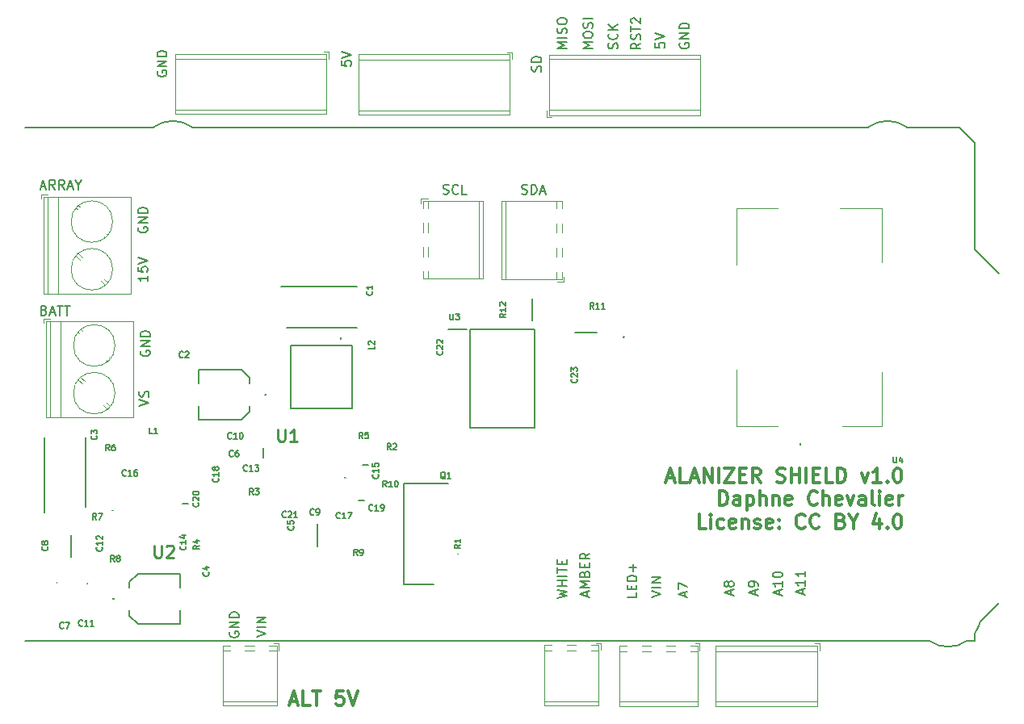
<source format=gto>
G04 #@! TF.GenerationSoftware,KiCad,Pcbnew,6.0.2+dfsg-1*
G04 #@! TF.CreationDate,2024-03-01T17:34:33+01:00*
G04 #@! TF.ProjectId,controller_pcb,636f6e74-726f-46c6-9c65-725f7063622e,v01*
G04 #@! TF.SameCoordinates,Original*
G04 #@! TF.FileFunction,Legend,Top*
G04 #@! TF.FilePolarity,Positive*
%FSLAX46Y46*%
G04 Gerber Fmt 4.6, Leading zero omitted, Abs format (unit mm)*
G04 Created by KiCad (PCBNEW 6.0.2+dfsg-1) date 2024-03-01 17:34:33*
%MOMM*%
%LPD*%
G01*
G04 APERTURE LIST*
%ADD10C,0.150000*%
%ADD11C,0.300000*%
%ADD12C,0.127000*%
%ADD13C,0.254000*%
%ADD14C,0.100000*%
%ADD15C,0.200000*%
%ADD16C,0.120000*%
%ADD17C,0.050000*%
G04 APERTURE END LIST*
D10*
X166587466Y-124767885D02*
X166587466Y-124291695D01*
X166873180Y-124863123D02*
X165873180Y-124529790D01*
X166873180Y-124196457D01*
X166301752Y-123720266D02*
X166254133Y-123815504D01*
X166206514Y-123863123D01*
X166111276Y-123910742D01*
X166063657Y-123910742D01*
X165968419Y-123863123D01*
X165920800Y-123815504D01*
X165873180Y-123720266D01*
X165873180Y-123529790D01*
X165920800Y-123434552D01*
X165968419Y-123386933D01*
X166063657Y-123339314D01*
X166111276Y-123339314D01*
X166206514Y-123386933D01*
X166254133Y-123434552D01*
X166301752Y-123529790D01*
X166301752Y-123720266D01*
X166349371Y-123815504D01*
X166396990Y-123863123D01*
X166492228Y-123910742D01*
X166682704Y-123910742D01*
X166777942Y-123863123D01*
X166825561Y-123815504D01*
X166873180Y-123720266D01*
X166873180Y-123529790D01*
X166825561Y-123434552D01*
X166777942Y-123386933D01*
X166682704Y-123339314D01*
X166492228Y-123339314D01*
X166396990Y-123386933D01*
X166349371Y-123434552D01*
X166301752Y-123529790D01*
X174080466Y-124654623D02*
X174080466Y-124178433D01*
X174366180Y-124749861D02*
X173366180Y-124416528D01*
X174366180Y-124083195D01*
X174366180Y-123226052D02*
X174366180Y-123797480D01*
X174366180Y-123511766D02*
X173366180Y-123511766D01*
X173509038Y-123607004D01*
X173604276Y-123702242D01*
X173651895Y-123797480D01*
X174366180Y-122273671D02*
X174366180Y-122845100D01*
X174366180Y-122559385D02*
X173366180Y-122559385D01*
X173509038Y-122654623D01*
X173604276Y-122749861D01*
X173651895Y-122845100D01*
X158227780Y-124971038D02*
X159227780Y-124637704D01*
X158227780Y-124304371D01*
X159227780Y-123971038D02*
X158227780Y-123971038D01*
X159227780Y-123494847D02*
X158227780Y-123494847D01*
X159227780Y-122923419D01*
X158227780Y-122923419D01*
X148347180Y-125061409D02*
X149347180Y-124823314D01*
X148632895Y-124632838D01*
X149347180Y-124442361D01*
X148347180Y-124204266D01*
X149347180Y-123823314D02*
X148347180Y-123823314D01*
X148823371Y-123823314D02*
X148823371Y-123251885D01*
X149347180Y-123251885D02*
X148347180Y-123251885D01*
X149347180Y-122775695D02*
X148347180Y-122775695D01*
X148347180Y-122442361D02*
X148347180Y-121870933D01*
X149347180Y-122156647D02*
X148347180Y-122156647D01*
X148823371Y-121537600D02*
X148823371Y-121204266D01*
X149347180Y-121061409D02*
X149347180Y-121537600D01*
X148347180Y-121537600D01*
X148347180Y-121061409D01*
X169127466Y-124767885D02*
X169127466Y-124291695D01*
X169413180Y-124863123D02*
X168413180Y-124529790D01*
X169413180Y-124196457D01*
X169413180Y-123815504D02*
X169413180Y-123625028D01*
X169365561Y-123529790D01*
X169317942Y-123482171D01*
X169175085Y-123386933D01*
X168984609Y-123339314D01*
X168603657Y-123339314D01*
X168508419Y-123386933D01*
X168460800Y-123434552D01*
X168413180Y-123529790D01*
X168413180Y-123720266D01*
X168460800Y-123815504D01*
X168508419Y-123863123D01*
X168603657Y-123910742D01*
X168841752Y-123910742D01*
X168936990Y-123863123D01*
X168984609Y-123815504D01*
X169032228Y-123720266D01*
X169032228Y-123529790D01*
X168984609Y-123434552D01*
X168936990Y-123386933D01*
X168841752Y-123339314D01*
X161736066Y-124945685D02*
X161736066Y-124469495D01*
X162021780Y-125040923D02*
X161021780Y-124707590D01*
X162021780Y-124374257D01*
X161021780Y-124136161D02*
X161021780Y-123469495D01*
X162021780Y-123898066D01*
X151474466Y-124918504D02*
X151474466Y-124442314D01*
X151760180Y-125013742D02*
X150760180Y-124680409D01*
X151760180Y-124347076D01*
X151760180Y-124013742D02*
X150760180Y-124013742D01*
X151474466Y-123680409D01*
X150760180Y-123347076D01*
X151760180Y-123347076D01*
X151236371Y-122537552D02*
X151283990Y-122394695D01*
X151331609Y-122347076D01*
X151426847Y-122299457D01*
X151569704Y-122299457D01*
X151664942Y-122347076D01*
X151712561Y-122394695D01*
X151760180Y-122489933D01*
X151760180Y-122870885D01*
X150760180Y-122870885D01*
X150760180Y-122537552D01*
X150807800Y-122442314D01*
X150855419Y-122394695D01*
X150950657Y-122347076D01*
X151045895Y-122347076D01*
X151141133Y-122394695D01*
X151188752Y-122442314D01*
X151236371Y-122537552D01*
X151236371Y-122870885D01*
X151236371Y-121870885D02*
X151236371Y-121537552D01*
X151760180Y-121394695D02*
X151760180Y-121870885D01*
X150760180Y-121870885D01*
X150760180Y-121394695D01*
X151760180Y-120394695D02*
X151283990Y-120728028D01*
X151760180Y-120966123D02*
X150760180Y-120966123D01*
X150760180Y-120585171D01*
X150807800Y-120489933D01*
X150855419Y-120442314D01*
X150950657Y-120394695D01*
X151093514Y-120394695D01*
X151188752Y-120442314D01*
X151236371Y-120489933D01*
X151283990Y-120585171D01*
X151283990Y-120966123D01*
X171667466Y-124736076D02*
X171667466Y-124259885D01*
X171953180Y-124831314D02*
X170953180Y-124497980D01*
X171953180Y-124164647D01*
X171953180Y-123307504D02*
X171953180Y-123878933D01*
X171953180Y-123593219D02*
X170953180Y-123593219D01*
X171096038Y-123688457D01*
X171191276Y-123783695D01*
X171238895Y-123878933D01*
X170953180Y-122688457D02*
X170953180Y-122593219D01*
X171000800Y-122497980D01*
X171048419Y-122450361D01*
X171143657Y-122402742D01*
X171334133Y-122355123D01*
X171572228Y-122355123D01*
X171762704Y-122402742D01*
X171857942Y-122450361D01*
X171905561Y-122497980D01*
X171953180Y-122593219D01*
X171953180Y-122688457D01*
X171905561Y-122783695D01*
X171857942Y-122831314D01*
X171762704Y-122878933D01*
X171572228Y-122926552D01*
X171334133Y-122926552D01*
X171143657Y-122878933D01*
X171048419Y-122831314D01*
X171000800Y-122783695D01*
X170953180Y-122688457D01*
X156687780Y-124528104D02*
X156687780Y-125004295D01*
X155687780Y-125004295D01*
X156163971Y-124194771D02*
X156163971Y-123861438D01*
X156687780Y-123718580D02*
X156687780Y-124194771D01*
X155687780Y-124194771D01*
X155687780Y-123718580D01*
X156687780Y-123290009D02*
X155687780Y-123290009D01*
X155687780Y-123051914D01*
X155735400Y-122909057D01*
X155830638Y-122813819D01*
X155925876Y-122766200D01*
X156116352Y-122718580D01*
X156259209Y-122718580D01*
X156449685Y-122766200D01*
X156544923Y-122813819D01*
X156640161Y-122909057D01*
X156687780Y-123051914D01*
X156687780Y-123290009D01*
X156306828Y-122290009D02*
X156306828Y-121528104D01*
X156687780Y-121909057D02*
X155925876Y-121909057D01*
D11*
X159885257Y-112516000D02*
X160599542Y-112516000D01*
X159742400Y-112944571D02*
X160242400Y-111444571D01*
X160742400Y-112944571D01*
X161956685Y-112944571D02*
X161242400Y-112944571D01*
X161242400Y-111444571D01*
X162385257Y-112516000D02*
X163099542Y-112516000D01*
X162242400Y-112944571D02*
X162742400Y-111444571D01*
X163242400Y-112944571D01*
X163742400Y-112944571D02*
X163742400Y-111444571D01*
X164599542Y-112944571D01*
X164599542Y-111444571D01*
X165313828Y-112944571D02*
X165313828Y-111444571D01*
X165885257Y-111444571D02*
X166885257Y-111444571D01*
X165885257Y-112944571D01*
X166885257Y-112944571D01*
X167456685Y-112158857D02*
X167956685Y-112158857D01*
X168170971Y-112944571D02*
X167456685Y-112944571D01*
X167456685Y-111444571D01*
X168170971Y-111444571D01*
X169670971Y-112944571D02*
X169170971Y-112230285D01*
X168813828Y-112944571D02*
X168813828Y-111444571D01*
X169385257Y-111444571D01*
X169528114Y-111516000D01*
X169599542Y-111587428D01*
X169670971Y-111730285D01*
X169670971Y-111944571D01*
X169599542Y-112087428D01*
X169528114Y-112158857D01*
X169385257Y-112230285D01*
X168813828Y-112230285D01*
X171385257Y-112873142D02*
X171599542Y-112944571D01*
X171956685Y-112944571D01*
X172099542Y-112873142D01*
X172170971Y-112801714D01*
X172242400Y-112658857D01*
X172242400Y-112516000D01*
X172170971Y-112373142D01*
X172099542Y-112301714D01*
X171956685Y-112230285D01*
X171670971Y-112158857D01*
X171528114Y-112087428D01*
X171456685Y-112016000D01*
X171385257Y-111873142D01*
X171385257Y-111730285D01*
X171456685Y-111587428D01*
X171528114Y-111516000D01*
X171670971Y-111444571D01*
X172028114Y-111444571D01*
X172242400Y-111516000D01*
X172885257Y-112944571D02*
X172885257Y-111444571D01*
X172885257Y-112158857D02*
X173742400Y-112158857D01*
X173742400Y-112944571D02*
X173742400Y-111444571D01*
X174456685Y-112944571D02*
X174456685Y-111444571D01*
X175170971Y-112158857D02*
X175670971Y-112158857D01*
X175885257Y-112944571D02*
X175170971Y-112944571D01*
X175170971Y-111444571D01*
X175885257Y-111444571D01*
X177242400Y-112944571D02*
X176528114Y-112944571D01*
X176528114Y-111444571D01*
X177742400Y-112944571D02*
X177742400Y-111444571D01*
X178099542Y-111444571D01*
X178313828Y-111516000D01*
X178456685Y-111658857D01*
X178528114Y-111801714D01*
X178599542Y-112087428D01*
X178599542Y-112301714D01*
X178528114Y-112587428D01*
X178456685Y-112730285D01*
X178313828Y-112873142D01*
X178099542Y-112944571D01*
X177742400Y-112944571D01*
X180242400Y-111944571D02*
X180599542Y-112944571D01*
X180956685Y-111944571D01*
X182313828Y-112944571D02*
X181456685Y-112944571D01*
X181885257Y-112944571D02*
X181885257Y-111444571D01*
X181742400Y-111658857D01*
X181599542Y-111801714D01*
X181456685Y-111873142D01*
X182956685Y-112801714D02*
X183028114Y-112873142D01*
X182956685Y-112944571D01*
X182885257Y-112873142D01*
X182956685Y-112801714D01*
X182956685Y-112944571D01*
X183956685Y-111444571D02*
X184099542Y-111444571D01*
X184242400Y-111516000D01*
X184313828Y-111587428D01*
X184385257Y-111730285D01*
X184456685Y-112016000D01*
X184456685Y-112373142D01*
X184385257Y-112658857D01*
X184313828Y-112801714D01*
X184242400Y-112873142D01*
X184099542Y-112944571D01*
X183956685Y-112944571D01*
X183813828Y-112873142D01*
X183742400Y-112801714D01*
X183670971Y-112658857D01*
X183599542Y-112373142D01*
X183599542Y-112016000D01*
X183670971Y-111730285D01*
X183742400Y-111587428D01*
X183813828Y-111516000D01*
X183956685Y-111444571D01*
X165385257Y-115359571D02*
X165385257Y-113859571D01*
X165742399Y-113859571D01*
X165956685Y-113931000D01*
X166099542Y-114073857D01*
X166170971Y-114216714D01*
X166242399Y-114502428D01*
X166242399Y-114716714D01*
X166170971Y-115002428D01*
X166099542Y-115145285D01*
X165956685Y-115288142D01*
X165742399Y-115359571D01*
X165385257Y-115359571D01*
X167528114Y-115359571D02*
X167528114Y-114573857D01*
X167456685Y-114431000D01*
X167313828Y-114359571D01*
X167028114Y-114359571D01*
X166885257Y-114431000D01*
X167528114Y-115288142D02*
X167385257Y-115359571D01*
X167028114Y-115359571D01*
X166885257Y-115288142D01*
X166813828Y-115145285D01*
X166813828Y-115002428D01*
X166885257Y-114859571D01*
X167028114Y-114788142D01*
X167385257Y-114788142D01*
X167528114Y-114716714D01*
X168242399Y-114359571D02*
X168242399Y-115859571D01*
X168242399Y-114431000D02*
X168385257Y-114359571D01*
X168670971Y-114359571D01*
X168813828Y-114431000D01*
X168885257Y-114502428D01*
X168956685Y-114645285D01*
X168956685Y-115073857D01*
X168885257Y-115216714D01*
X168813828Y-115288142D01*
X168670971Y-115359571D01*
X168385257Y-115359571D01*
X168242399Y-115288142D01*
X169599542Y-115359571D02*
X169599542Y-113859571D01*
X170242399Y-115359571D02*
X170242399Y-114573857D01*
X170170971Y-114431000D01*
X170028114Y-114359571D01*
X169813828Y-114359571D01*
X169670971Y-114431000D01*
X169599542Y-114502428D01*
X170956685Y-114359571D02*
X170956685Y-115359571D01*
X170956685Y-114502428D02*
X171028114Y-114431000D01*
X171170971Y-114359571D01*
X171385257Y-114359571D01*
X171528114Y-114431000D01*
X171599542Y-114573857D01*
X171599542Y-115359571D01*
X172885257Y-115288142D02*
X172742399Y-115359571D01*
X172456685Y-115359571D01*
X172313828Y-115288142D01*
X172242399Y-115145285D01*
X172242399Y-114573857D01*
X172313828Y-114431000D01*
X172456685Y-114359571D01*
X172742399Y-114359571D01*
X172885257Y-114431000D01*
X172956685Y-114573857D01*
X172956685Y-114716714D01*
X172242399Y-114859571D01*
X175599542Y-115216714D02*
X175528114Y-115288142D01*
X175313828Y-115359571D01*
X175170971Y-115359571D01*
X174956685Y-115288142D01*
X174813828Y-115145285D01*
X174742399Y-115002428D01*
X174670971Y-114716714D01*
X174670971Y-114502428D01*
X174742399Y-114216714D01*
X174813828Y-114073857D01*
X174956685Y-113931000D01*
X175170971Y-113859571D01*
X175313828Y-113859571D01*
X175528114Y-113931000D01*
X175599542Y-114002428D01*
X176242399Y-115359571D02*
X176242399Y-113859571D01*
X176885257Y-115359571D02*
X176885257Y-114573857D01*
X176813828Y-114431000D01*
X176670971Y-114359571D01*
X176456685Y-114359571D01*
X176313828Y-114431000D01*
X176242399Y-114502428D01*
X178170971Y-115288142D02*
X178028114Y-115359571D01*
X177742399Y-115359571D01*
X177599542Y-115288142D01*
X177528114Y-115145285D01*
X177528114Y-114573857D01*
X177599542Y-114431000D01*
X177742399Y-114359571D01*
X178028114Y-114359571D01*
X178170971Y-114431000D01*
X178242399Y-114573857D01*
X178242399Y-114716714D01*
X177528114Y-114859571D01*
X178742399Y-114359571D02*
X179099542Y-115359571D01*
X179456685Y-114359571D01*
X180670971Y-115359571D02*
X180670971Y-114573857D01*
X180599542Y-114431000D01*
X180456685Y-114359571D01*
X180170971Y-114359571D01*
X180028114Y-114431000D01*
X180670971Y-115288142D02*
X180528114Y-115359571D01*
X180170971Y-115359571D01*
X180028114Y-115288142D01*
X179956685Y-115145285D01*
X179956685Y-115002428D01*
X180028114Y-114859571D01*
X180170971Y-114788142D01*
X180528114Y-114788142D01*
X180670971Y-114716714D01*
X181599542Y-115359571D02*
X181456685Y-115288142D01*
X181385257Y-115145285D01*
X181385257Y-113859571D01*
X182170971Y-115359571D02*
X182170971Y-114359571D01*
X182170971Y-113859571D02*
X182099542Y-113931000D01*
X182170971Y-114002428D01*
X182242399Y-113931000D01*
X182170971Y-113859571D01*
X182170971Y-114002428D01*
X183456685Y-115288142D02*
X183313828Y-115359571D01*
X183028114Y-115359571D01*
X182885257Y-115288142D01*
X182813828Y-115145285D01*
X182813828Y-114573857D01*
X182885257Y-114431000D01*
X183028114Y-114359571D01*
X183313828Y-114359571D01*
X183456685Y-114431000D01*
X183528114Y-114573857D01*
X183528114Y-114716714D01*
X182813828Y-114859571D01*
X184170971Y-115359571D02*
X184170971Y-114359571D01*
X184170971Y-114645285D02*
X184242399Y-114502428D01*
X184313828Y-114431000D01*
X184456685Y-114359571D01*
X184599542Y-114359571D01*
X163956685Y-117774571D02*
X163242400Y-117774571D01*
X163242400Y-116274571D01*
X164456685Y-117774571D02*
X164456685Y-116774571D01*
X164456685Y-116274571D02*
X164385257Y-116346000D01*
X164456685Y-116417428D01*
X164528114Y-116346000D01*
X164456685Y-116274571D01*
X164456685Y-116417428D01*
X165813828Y-117703142D02*
X165670971Y-117774571D01*
X165385257Y-117774571D01*
X165242400Y-117703142D01*
X165170971Y-117631714D01*
X165099542Y-117488857D01*
X165099542Y-117060285D01*
X165170971Y-116917428D01*
X165242400Y-116846000D01*
X165385257Y-116774571D01*
X165670971Y-116774571D01*
X165813828Y-116846000D01*
X167028114Y-117703142D02*
X166885257Y-117774571D01*
X166599542Y-117774571D01*
X166456685Y-117703142D01*
X166385257Y-117560285D01*
X166385257Y-116988857D01*
X166456685Y-116846000D01*
X166599542Y-116774571D01*
X166885257Y-116774571D01*
X167028114Y-116846000D01*
X167099542Y-116988857D01*
X167099542Y-117131714D01*
X166385257Y-117274571D01*
X167742400Y-116774571D02*
X167742400Y-117774571D01*
X167742400Y-116917428D02*
X167813828Y-116846000D01*
X167956685Y-116774571D01*
X168170971Y-116774571D01*
X168313828Y-116846000D01*
X168385257Y-116988857D01*
X168385257Y-117774571D01*
X169028114Y-117703142D02*
X169170971Y-117774571D01*
X169456685Y-117774571D01*
X169599542Y-117703142D01*
X169670971Y-117560285D01*
X169670971Y-117488857D01*
X169599542Y-117346000D01*
X169456685Y-117274571D01*
X169242400Y-117274571D01*
X169099542Y-117203142D01*
X169028114Y-117060285D01*
X169028114Y-116988857D01*
X169099542Y-116846000D01*
X169242400Y-116774571D01*
X169456685Y-116774571D01*
X169599542Y-116846000D01*
X170885257Y-117703142D02*
X170742400Y-117774571D01*
X170456685Y-117774571D01*
X170313828Y-117703142D01*
X170242400Y-117560285D01*
X170242400Y-116988857D01*
X170313828Y-116846000D01*
X170456685Y-116774571D01*
X170742400Y-116774571D01*
X170885257Y-116846000D01*
X170956685Y-116988857D01*
X170956685Y-117131714D01*
X170242400Y-117274571D01*
X171599542Y-117631714D02*
X171670971Y-117703142D01*
X171599542Y-117774571D01*
X171528114Y-117703142D01*
X171599542Y-117631714D01*
X171599542Y-117774571D01*
X171599542Y-116846000D02*
X171670971Y-116917428D01*
X171599542Y-116988857D01*
X171528114Y-116917428D01*
X171599542Y-116846000D01*
X171599542Y-116988857D01*
X174313828Y-117631714D02*
X174242400Y-117703142D01*
X174028114Y-117774571D01*
X173885257Y-117774571D01*
X173670971Y-117703142D01*
X173528114Y-117560285D01*
X173456685Y-117417428D01*
X173385257Y-117131714D01*
X173385257Y-116917428D01*
X173456685Y-116631714D01*
X173528114Y-116488857D01*
X173670971Y-116346000D01*
X173885257Y-116274571D01*
X174028114Y-116274571D01*
X174242400Y-116346000D01*
X174313828Y-116417428D01*
X175813828Y-117631714D02*
X175742400Y-117703142D01*
X175528114Y-117774571D01*
X175385257Y-117774571D01*
X175170971Y-117703142D01*
X175028114Y-117560285D01*
X174956685Y-117417428D01*
X174885257Y-117131714D01*
X174885257Y-116917428D01*
X174956685Y-116631714D01*
X175028114Y-116488857D01*
X175170971Y-116346000D01*
X175385257Y-116274571D01*
X175528114Y-116274571D01*
X175742400Y-116346000D01*
X175813828Y-116417428D01*
X178099542Y-116988857D02*
X178313828Y-117060285D01*
X178385257Y-117131714D01*
X178456685Y-117274571D01*
X178456685Y-117488857D01*
X178385257Y-117631714D01*
X178313828Y-117703142D01*
X178170971Y-117774571D01*
X177599542Y-117774571D01*
X177599542Y-116274571D01*
X178099542Y-116274571D01*
X178242400Y-116346000D01*
X178313828Y-116417428D01*
X178385257Y-116560285D01*
X178385257Y-116703142D01*
X178313828Y-116846000D01*
X178242400Y-116917428D01*
X178099542Y-116988857D01*
X177599542Y-116988857D01*
X179385257Y-117060285D02*
X179385257Y-117774571D01*
X178885257Y-116274571D02*
X179385257Y-117060285D01*
X179885257Y-116274571D01*
X182170971Y-116774571D02*
X182170971Y-117774571D01*
X181813828Y-116203142D02*
X181456685Y-117274571D01*
X182385257Y-117274571D01*
X182956685Y-117631714D02*
X183028114Y-117703142D01*
X182956685Y-117774571D01*
X182885257Y-117703142D01*
X182956685Y-117631714D01*
X182956685Y-117774571D01*
X183956685Y-116274571D02*
X184099542Y-116274571D01*
X184242400Y-116346000D01*
X184313828Y-116417428D01*
X184385257Y-116560285D01*
X184456685Y-116846000D01*
X184456685Y-117203142D01*
X184385257Y-117488857D01*
X184313828Y-117631714D01*
X184242400Y-117703142D01*
X184099542Y-117774571D01*
X183956685Y-117774571D01*
X183813828Y-117703142D01*
X183742400Y-117631714D01*
X183670971Y-117488857D01*
X183599542Y-117203142D01*
X183599542Y-116846000D01*
X183670971Y-116560285D01*
X183742400Y-116417428D01*
X183813828Y-116346000D01*
X183956685Y-116274571D01*
D10*
X161221800Y-66878104D02*
X161174180Y-66973342D01*
X161174180Y-67116200D01*
X161221800Y-67259057D01*
X161317038Y-67354295D01*
X161412276Y-67401914D01*
X161602752Y-67449533D01*
X161745609Y-67449533D01*
X161936085Y-67401914D01*
X162031323Y-67354295D01*
X162126561Y-67259057D01*
X162174180Y-67116200D01*
X162174180Y-67020961D01*
X162126561Y-66878104D01*
X162078942Y-66830485D01*
X161745609Y-66830485D01*
X161745609Y-67020961D01*
X162174180Y-66401914D02*
X161174180Y-66401914D01*
X162174180Y-65830485D01*
X161174180Y-65830485D01*
X162174180Y-65354295D02*
X161174180Y-65354295D01*
X161174180Y-65116200D01*
X161221800Y-64973342D01*
X161317038Y-64878104D01*
X161412276Y-64830485D01*
X161602752Y-64782866D01*
X161745609Y-64782866D01*
X161936085Y-64830485D01*
X162031323Y-64878104D01*
X162126561Y-64973342D01*
X162174180Y-65116200D01*
X162174180Y-65354295D01*
X158634180Y-66865476D02*
X158634180Y-67341666D01*
X159110371Y-67389285D01*
X159062752Y-67341666D01*
X159015133Y-67246428D01*
X159015133Y-67008333D01*
X159062752Y-66913095D01*
X159110371Y-66865476D01*
X159205609Y-66817857D01*
X159443704Y-66817857D01*
X159538942Y-66865476D01*
X159586561Y-66913095D01*
X159634180Y-67008333D01*
X159634180Y-67246428D01*
X159586561Y-67341666D01*
X159538942Y-67389285D01*
X158634180Y-66532142D02*
X159634180Y-66198809D01*
X158634180Y-65865476D01*
X157094180Y-66886009D02*
X156617990Y-67219342D01*
X157094180Y-67457438D02*
X156094180Y-67457438D01*
X156094180Y-67076485D01*
X156141800Y-66981247D01*
X156189419Y-66933628D01*
X156284657Y-66886009D01*
X156427514Y-66886009D01*
X156522752Y-66933628D01*
X156570371Y-66981247D01*
X156617990Y-67076485D01*
X156617990Y-67457438D01*
X157046561Y-66505057D02*
X157094180Y-66362200D01*
X157094180Y-66124104D01*
X157046561Y-66028866D01*
X156998942Y-65981247D01*
X156903704Y-65933628D01*
X156808466Y-65933628D01*
X156713228Y-65981247D01*
X156665609Y-66028866D01*
X156617990Y-66124104D01*
X156570371Y-66314580D01*
X156522752Y-66409819D01*
X156475133Y-66457438D01*
X156379895Y-66505057D01*
X156284657Y-66505057D01*
X156189419Y-66457438D01*
X156141800Y-66409819D01*
X156094180Y-66314580D01*
X156094180Y-66076485D01*
X156141800Y-65933628D01*
X156094180Y-65647914D02*
X156094180Y-65076485D01*
X157094180Y-65362200D02*
X156094180Y-65362200D01*
X156189419Y-64790771D02*
X156141800Y-64743152D01*
X156094180Y-64647914D01*
X156094180Y-64409819D01*
X156141800Y-64314580D01*
X156189419Y-64266961D01*
X156284657Y-64219342D01*
X156379895Y-64219342D01*
X156522752Y-64266961D01*
X157094180Y-64838390D01*
X157094180Y-64219342D01*
X152064980Y-67433628D02*
X151064980Y-67433628D01*
X151779266Y-67100295D01*
X151064980Y-66766961D01*
X152064980Y-66766961D01*
X151064980Y-66100295D02*
X151064980Y-65909819D01*
X151112600Y-65814580D01*
X151207838Y-65719342D01*
X151398314Y-65671723D01*
X151731647Y-65671723D01*
X151922123Y-65719342D01*
X152017361Y-65814580D01*
X152064980Y-65909819D01*
X152064980Y-66100295D01*
X152017361Y-66195533D01*
X151922123Y-66290771D01*
X151731647Y-66338390D01*
X151398314Y-66338390D01*
X151207838Y-66290771D01*
X151112600Y-66195533D01*
X151064980Y-66100295D01*
X152017361Y-65290771D02*
X152064980Y-65147914D01*
X152064980Y-64909819D01*
X152017361Y-64814580D01*
X151969742Y-64766961D01*
X151874504Y-64719342D01*
X151779266Y-64719342D01*
X151684028Y-64766961D01*
X151636409Y-64814580D01*
X151588790Y-64909819D01*
X151541171Y-65100295D01*
X151493552Y-65195533D01*
X151445933Y-65243152D01*
X151350695Y-65290771D01*
X151255457Y-65290771D01*
X151160219Y-65243152D01*
X151112600Y-65195533D01*
X151064980Y-65100295D01*
X151064980Y-64862200D01*
X151112600Y-64719342D01*
X152064980Y-64290771D02*
X151064980Y-64290771D01*
X149372580Y-67433628D02*
X148372580Y-67433628D01*
X149086866Y-67100295D01*
X148372580Y-66766961D01*
X149372580Y-66766961D01*
X149372580Y-66290771D02*
X148372580Y-66290771D01*
X149324961Y-65862200D02*
X149372580Y-65719342D01*
X149372580Y-65481247D01*
X149324961Y-65386009D01*
X149277342Y-65338390D01*
X149182104Y-65290771D01*
X149086866Y-65290771D01*
X148991628Y-65338390D01*
X148944009Y-65386009D01*
X148896390Y-65481247D01*
X148848771Y-65671723D01*
X148801152Y-65766961D01*
X148753533Y-65814580D01*
X148658295Y-65862200D01*
X148563057Y-65862200D01*
X148467819Y-65814580D01*
X148420200Y-65766961D01*
X148372580Y-65671723D01*
X148372580Y-65433628D01*
X148420200Y-65290771D01*
X148372580Y-64671723D02*
X148372580Y-64481247D01*
X148420200Y-64386009D01*
X148515438Y-64290771D01*
X148705914Y-64243152D01*
X149039247Y-64243152D01*
X149229723Y-64290771D01*
X149324961Y-64386009D01*
X149372580Y-64481247D01*
X149372580Y-64671723D01*
X149324961Y-64766961D01*
X149229723Y-64862200D01*
X149039247Y-64909819D01*
X148705914Y-64909819D01*
X148515438Y-64862200D01*
X148420200Y-64766961D01*
X148372580Y-64671723D01*
X154658961Y-67452714D02*
X154706580Y-67309857D01*
X154706580Y-67071761D01*
X154658961Y-66976523D01*
X154611342Y-66928904D01*
X154516104Y-66881285D01*
X154420866Y-66881285D01*
X154325628Y-66928904D01*
X154278009Y-66976523D01*
X154230390Y-67071761D01*
X154182771Y-67262238D01*
X154135152Y-67357476D01*
X154087533Y-67405095D01*
X153992295Y-67452714D01*
X153897057Y-67452714D01*
X153801819Y-67405095D01*
X153754200Y-67357476D01*
X153706580Y-67262238D01*
X153706580Y-67024142D01*
X153754200Y-66881285D01*
X154611342Y-65881285D02*
X154658961Y-65928904D01*
X154706580Y-66071761D01*
X154706580Y-66167000D01*
X154658961Y-66309857D01*
X154563723Y-66405095D01*
X154468485Y-66452714D01*
X154278009Y-66500333D01*
X154135152Y-66500333D01*
X153944676Y-66452714D01*
X153849438Y-66405095D01*
X153754200Y-66309857D01*
X153706580Y-66167000D01*
X153706580Y-66071761D01*
X153754200Y-65928904D01*
X153801819Y-65881285D01*
X154706580Y-65452714D02*
X153706580Y-65452714D01*
X154706580Y-64881285D02*
X154135152Y-65309857D01*
X153706580Y-64881285D02*
X154278009Y-65452714D01*
X114028600Y-128650904D02*
X113980980Y-128746142D01*
X113980980Y-128889000D01*
X114028600Y-129031857D01*
X114123838Y-129127095D01*
X114219076Y-129174714D01*
X114409552Y-129222333D01*
X114552409Y-129222333D01*
X114742885Y-129174714D01*
X114838123Y-129127095D01*
X114933361Y-129031857D01*
X114980980Y-128889000D01*
X114980980Y-128793761D01*
X114933361Y-128650904D01*
X114885742Y-128603285D01*
X114552409Y-128603285D01*
X114552409Y-128793761D01*
X114980980Y-128174714D02*
X113980980Y-128174714D01*
X114980980Y-127603285D01*
X113980980Y-127603285D01*
X114980980Y-127127095D02*
X113980980Y-127127095D01*
X113980980Y-126889000D01*
X114028600Y-126746142D01*
X114123838Y-126650904D01*
X114219076Y-126603285D01*
X114409552Y-126555666D01*
X114552409Y-126555666D01*
X114742885Y-126603285D01*
X114838123Y-126650904D01*
X114933361Y-126746142D01*
X114980980Y-126889000D01*
X114980980Y-127127095D01*
X116825780Y-129136638D02*
X117825780Y-128803304D01*
X116825780Y-128469971D01*
X117825780Y-128136638D02*
X116825780Y-128136638D01*
X117825780Y-127660447D02*
X116825780Y-127660447D01*
X117825780Y-127089019D01*
X116825780Y-127089019D01*
D11*
X120360714Y-135911400D02*
X121075000Y-135911400D01*
X120217857Y-136339971D02*
X120717857Y-134839971D01*
X121217857Y-136339971D01*
X122432142Y-136339971D02*
X121717857Y-136339971D01*
X121717857Y-134839971D01*
X122717857Y-134839971D02*
X123575000Y-134839971D01*
X123146428Y-136339971D02*
X123146428Y-134839971D01*
X125932142Y-134839971D02*
X125217857Y-134839971D01*
X125146428Y-135554257D01*
X125217857Y-135482828D01*
X125360714Y-135411400D01*
X125717857Y-135411400D01*
X125860714Y-135482828D01*
X125932142Y-135554257D01*
X126003571Y-135697114D01*
X126003571Y-136054257D01*
X125932142Y-136197114D01*
X125860714Y-136268542D01*
X125717857Y-136339971D01*
X125360714Y-136339971D01*
X125217857Y-136268542D01*
X125146428Y-136197114D01*
X126432142Y-134839971D02*
X126932142Y-136339971D01*
X127432142Y-134839971D01*
D10*
X94562752Y-94899171D02*
X94705609Y-94946790D01*
X94753228Y-94994409D01*
X94800847Y-95089647D01*
X94800847Y-95232504D01*
X94753228Y-95327742D01*
X94705609Y-95375361D01*
X94610371Y-95422980D01*
X94229419Y-95422980D01*
X94229419Y-94422980D01*
X94562752Y-94422980D01*
X94657990Y-94470600D01*
X94705609Y-94518219D01*
X94753228Y-94613457D01*
X94753228Y-94708695D01*
X94705609Y-94803933D01*
X94657990Y-94851552D01*
X94562752Y-94899171D01*
X94229419Y-94899171D01*
X95181800Y-95137266D02*
X95657990Y-95137266D01*
X95086561Y-95422980D02*
X95419895Y-94422980D01*
X95753228Y-95422980D01*
X95943704Y-94422980D02*
X96515133Y-94422980D01*
X96229419Y-95422980D02*
X96229419Y-94422980D01*
X96705609Y-94422980D02*
X97277038Y-94422980D01*
X96991323Y-95422980D02*
X96991323Y-94422980D01*
X146632561Y-69848314D02*
X146680180Y-69705457D01*
X146680180Y-69467361D01*
X146632561Y-69372123D01*
X146584942Y-69324504D01*
X146489704Y-69276885D01*
X146394466Y-69276885D01*
X146299228Y-69324504D01*
X146251609Y-69372123D01*
X146203990Y-69467361D01*
X146156371Y-69657838D01*
X146108752Y-69753076D01*
X146061133Y-69800695D01*
X145965895Y-69848314D01*
X145870657Y-69848314D01*
X145775419Y-69800695D01*
X145727800Y-69753076D01*
X145680180Y-69657838D01*
X145680180Y-69419742D01*
X145727800Y-69276885D01*
X146680180Y-68848314D02*
X145680180Y-68848314D01*
X145680180Y-68610219D01*
X145727800Y-68467361D01*
X145823038Y-68372123D01*
X145918276Y-68324504D01*
X146108752Y-68276885D01*
X146251609Y-68276885D01*
X146442085Y-68324504D01*
X146537323Y-68372123D01*
X146632561Y-68467361D01*
X146680180Y-68610219D01*
X146680180Y-68848314D01*
X105405180Y-91271647D02*
X105405180Y-91843076D01*
X105405180Y-91557361D02*
X104405180Y-91557361D01*
X104548038Y-91652600D01*
X104643276Y-91747838D01*
X104690895Y-91843076D01*
X104405180Y-90366885D02*
X104405180Y-90843076D01*
X104881371Y-90890695D01*
X104833752Y-90843076D01*
X104786133Y-90747838D01*
X104786133Y-90509742D01*
X104833752Y-90414504D01*
X104881371Y-90366885D01*
X104976609Y-90319266D01*
X105214704Y-90319266D01*
X105309942Y-90366885D01*
X105357561Y-90414504D01*
X105405180Y-90509742D01*
X105405180Y-90747838D01*
X105357561Y-90843076D01*
X105309942Y-90890695D01*
X104405180Y-90033552D02*
X105405180Y-89700219D01*
X104405180Y-89366885D01*
X104532180Y-104924123D02*
X105532180Y-104590790D01*
X104532180Y-104257457D01*
X105484561Y-103971742D02*
X105532180Y-103828885D01*
X105532180Y-103590790D01*
X105484561Y-103495552D01*
X105436942Y-103447933D01*
X105341704Y-103400314D01*
X105246466Y-103400314D01*
X105151228Y-103447933D01*
X105103609Y-103495552D01*
X105055990Y-103590790D01*
X105008371Y-103781266D01*
X104960752Y-103876504D01*
X104913133Y-103924123D01*
X104817895Y-103971742D01*
X104722657Y-103971742D01*
X104627419Y-103924123D01*
X104579800Y-103876504D01*
X104532180Y-103781266D01*
X104532180Y-103543171D01*
X104579800Y-103400314D01*
X144632514Y-82675361D02*
X144775371Y-82722980D01*
X145013466Y-82722980D01*
X145108704Y-82675361D01*
X145156323Y-82627742D01*
X145203942Y-82532504D01*
X145203942Y-82437266D01*
X145156323Y-82342028D01*
X145108704Y-82294409D01*
X145013466Y-82246790D01*
X144822990Y-82199171D01*
X144727752Y-82151552D01*
X144680133Y-82103933D01*
X144632514Y-82008695D01*
X144632514Y-81913457D01*
X144680133Y-81818219D01*
X144727752Y-81770600D01*
X144822990Y-81722980D01*
X145061085Y-81722980D01*
X145203942Y-81770600D01*
X145632514Y-82722980D02*
X145632514Y-81722980D01*
X145870609Y-81722980D01*
X146013466Y-81770600D01*
X146108704Y-81865838D01*
X146156323Y-81961076D01*
X146203942Y-82151552D01*
X146203942Y-82294409D01*
X146156323Y-82484885D01*
X146108704Y-82580123D01*
X146013466Y-82675361D01*
X145870609Y-82722980D01*
X145632514Y-82722980D01*
X146584895Y-82437266D02*
X147061085Y-82437266D01*
X146489657Y-82722980D02*
X146822990Y-81722980D01*
X147156323Y-82722980D01*
X104706800Y-99161504D02*
X104659180Y-99256742D01*
X104659180Y-99399600D01*
X104706800Y-99542457D01*
X104802038Y-99637695D01*
X104897276Y-99685314D01*
X105087752Y-99732933D01*
X105230609Y-99732933D01*
X105421085Y-99685314D01*
X105516323Y-99637695D01*
X105611561Y-99542457D01*
X105659180Y-99399600D01*
X105659180Y-99304361D01*
X105611561Y-99161504D01*
X105563942Y-99113885D01*
X105230609Y-99113885D01*
X105230609Y-99304361D01*
X105659180Y-98685314D02*
X104659180Y-98685314D01*
X105659180Y-98113885D01*
X104659180Y-98113885D01*
X105659180Y-97637695D02*
X104659180Y-97637695D01*
X104659180Y-97399600D01*
X104706800Y-97256742D01*
X104802038Y-97161504D01*
X104897276Y-97113885D01*
X105087752Y-97066266D01*
X105230609Y-97066266D01*
X105421085Y-97113885D01*
X105516323Y-97161504D01*
X105611561Y-97256742D01*
X105659180Y-97399600D01*
X105659180Y-97637695D01*
X104452800Y-86207504D02*
X104405180Y-86302742D01*
X104405180Y-86445600D01*
X104452800Y-86588457D01*
X104548038Y-86683695D01*
X104643276Y-86731314D01*
X104833752Y-86778933D01*
X104976609Y-86778933D01*
X105167085Y-86731314D01*
X105262323Y-86683695D01*
X105357561Y-86588457D01*
X105405180Y-86445600D01*
X105405180Y-86350361D01*
X105357561Y-86207504D01*
X105309942Y-86159885D01*
X104976609Y-86159885D01*
X104976609Y-86350361D01*
X105405180Y-85731314D02*
X104405180Y-85731314D01*
X105405180Y-85159885D01*
X104405180Y-85159885D01*
X105405180Y-84683695D02*
X104405180Y-84683695D01*
X104405180Y-84445600D01*
X104452800Y-84302742D01*
X104548038Y-84207504D01*
X104643276Y-84159885D01*
X104833752Y-84112266D01*
X104976609Y-84112266D01*
X105167085Y-84159885D01*
X105262323Y-84207504D01*
X105357561Y-84302742D01*
X105405180Y-84445600D01*
X105405180Y-84683695D01*
X125741180Y-68745076D02*
X125741180Y-69221266D01*
X126217371Y-69268885D01*
X126169752Y-69221266D01*
X126122133Y-69126028D01*
X126122133Y-68887933D01*
X126169752Y-68792695D01*
X126217371Y-68745076D01*
X126312609Y-68697457D01*
X126550704Y-68697457D01*
X126645942Y-68745076D01*
X126693561Y-68792695D01*
X126741180Y-68887933D01*
X126741180Y-69126028D01*
X126693561Y-69221266D01*
X126645942Y-69268885D01*
X125741180Y-68411742D02*
X126741180Y-68078409D01*
X125741180Y-67745076D01*
X94221561Y-81929266D02*
X94697752Y-81929266D01*
X94126323Y-82214980D02*
X94459657Y-81214980D01*
X94792990Y-82214980D01*
X95697752Y-82214980D02*
X95364419Y-81738790D01*
X95126323Y-82214980D02*
X95126323Y-81214980D01*
X95507276Y-81214980D01*
X95602514Y-81262600D01*
X95650133Y-81310219D01*
X95697752Y-81405457D01*
X95697752Y-81548314D01*
X95650133Y-81643552D01*
X95602514Y-81691171D01*
X95507276Y-81738790D01*
X95126323Y-81738790D01*
X96697752Y-82214980D02*
X96364419Y-81738790D01*
X96126323Y-82214980D02*
X96126323Y-81214980D01*
X96507276Y-81214980D01*
X96602514Y-81262600D01*
X96650133Y-81310219D01*
X96697752Y-81405457D01*
X96697752Y-81548314D01*
X96650133Y-81643552D01*
X96602514Y-81691171D01*
X96507276Y-81738790D01*
X96126323Y-81738790D01*
X97078704Y-81929266D02*
X97554895Y-81929266D01*
X96983466Y-82214980D02*
X97316800Y-81214980D01*
X97650133Y-82214980D01*
X98173942Y-81738790D02*
X98173942Y-82214980D01*
X97840609Y-81214980D02*
X98173942Y-81738790D01*
X98507276Y-81214980D01*
X136401323Y-82675361D02*
X136544180Y-82722980D01*
X136782276Y-82722980D01*
X136877514Y-82675361D01*
X136925133Y-82627742D01*
X136972752Y-82532504D01*
X136972752Y-82437266D01*
X136925133Y-82342028D01*
X136877514Y-82294409D01*
X136782276Y-82246790D01*
X136591800Y-82199171D01*
X136496561Y-82151552D01*
X136448942Y-82103933D01*
X136401323Y-82008695D01*
X136401323Y-81913457D01*
X136448942Y-81818219D01*
X136496561Y-81770600D01*
X136591800Y-81722980D01*
X136829895Y-81722980D01*
X136972752Y-81770600D01*
X137972752Y-82627742D02*
X137925133Y-82675361D01*
X137782276Y-82722980D01*
X137687038Y-82722980D01*
X137544180Y-82675361D01*
X137448942Y-82580123D01*
X137401323Y-82484885D01*
X137353704Y-82294409D01*
X137353704Y-82151552D01*
X137401323Y-81961076D01*
X137448942Y-81865838D01*
X137544180Y-81770600D01*
X137687038Y-81722980D01*
X137782276Y-81722980D01*
X137925133Y-81770600D01*
X137972752Y-81818219D01*
X138877514Y-82722980D02*
X138401323Y-82722980D01*
X138401323Y-81722980D01*
X106459400Y-69799104D02*
X106411780Y-69894342D01*
X106411780Y-70037200D01*
X106459400Y-70180057D01*
X106554638Y-70275295D01*
X106649876Y-70322914D01*
X106840352Y-70370533D01*
X106983209Y-70370533D01*
X107173685Y-70322914D01*
X107268923Y-70275295D01*
X107364161Y-70180057D01*
X107411780Y-70037200D01*
X107411780Y-69941961D01*
X107364161Y-69799104D01*
X107316542Y-69751485D01*
X106983209Y-69751485D01*
X106983209Y-69941961D01*
X107411780Y-69322914D02*
X106411780Y-69322914D01*
X107411780Y-68751485D01*
X106411780Y-68751485D01*
X107411780Y-68275295D02*
X106411780Y-68275295D01*
X106411780Y-68037200D01*
X106459400Y-67894342D01*
X106554638Y-67799104D01*
X106649876Y-67751485D01*
X106840352Y-67703866D01*
X106983209Y-67703866D01*
X107173685Y-67751485D01*
X107268923Y-67799104D01*
X107364161Y-67894342D01*
X107411780Y-68037200D01*
X107411780Y-68275295D01*
X155304998Y-97639142D02*
X155352617Y-97686761D01*
X155304998Y-97734380D01*
X155257378Y-97686761D01*
X155304998Y-97639142D01*
X155304998Y-97734380D01*
D12*
X183589990Y-110269261D02*
X183589990Y-110783309D01*
X183620228Y-110843785D01*
X183650466Y-110874023D01*
X183710942Y-110904261D01*
X183831895Y-110904261D01*
X183892371Y-110874023D01*
X183922609Y-110843785D01*
X183952847Y-110783309D01*
X183952847Y-110269261D01*
X184527371Y-110480928D02*
X184527371Y-110904261D01*
X184376180Y-110239023D02*
X184224990Y-110692595D01*
X184618085Y-110692595D01*
X98575585Y-127963385D02*
X98545347Y-127993623D01*
X98454633Y-128023861D01*
X98394157Y-128023861D01*
X98303442Y-127993623D01*
X98242966Y-127933147D01*
X98212728Y-127872671D01*
X98182490Y-127751719D01*
X98182490Y-127661004D01*
X98212728Y-127540052D01*
X98242966Y-127479576D01*
X98303442Y-127419100D01*
X98394157Y-127388861D01*
X98454633Y-127388861D01*
X98545347Y-127419100D01*
X98575585Y-127449338D01*
X99180347Y-128023861D02*
X98817490Y-128023861D01*
X98998919Y-128023861D02*
X98998919Y-127388861D01*
X98938442Y-127479576D01*
X98877966Y-127540052D01*
X98817490Y-127570290D01*
X99785109Y-128023861D02*
X99422252Y-128023861D01*
X99603680Y-128023861D02*
X99603680Y-127388861D01*
X99543204Y-127479576D01*
X99482728Y-127540052D01*
X99422252Y-127570290D01*
X109114166Y-99794785D02*
X109083928Y-99825023D01*
X108993214Y-99855261D01*
X108932738Y-99855261D01*
X108842023Y-99825023D01*
X108781547Y-99764547D01*
X108751309Y-99704071D01*
X108721071Y-99583119D01*
X108721071Y-99492404D01*
X108751309Y-99371452D01*
X108781547Y-99310976D01*
X108842023Y-99250500D01*
X108932738Y-99220261D01*
X108993214Y-99220261D01*
X109083928Y-99250500D01*
X109114166Y-99280738D01*
X109356071Y-99280738D02*
X109386309Y-99250500D01*
X109446785Y-99220261D01*
X109597976Y-99220261D01*
X109658452Y-99250500D01*
X109688690Y-99280738D01*
X109718928Y-99341214D01*
X109718928Y-99401690D01*
X109688690Y-99492404D01*
X109325833Y-99855261D01*
X109718928Y-99855261D01*
D13*
X106144180Y-119548123D02*
X106144180Y-120576219D01*
X106204657Y-120697171D01*
X106265133Y-120757647D01*
X106386085Y-120818123D01*
X106627990Y-120818123D01*
X106748942Y-120757647D01*
X106809419Y-120697171D01*
X106869895Y-120576219D01*
X106869895Y-119548123D01*
X107414180Y-119669076D02*
X107474657Y-119608600D01*
X107595609Y-119548123D01*
X107897990Y-119548123D01*
X108018942Y-119608600D01*
X108079419Y-119669076D01*
X108139895Y-119790028D01*
X108139895Y-119910980D01*
X108079419Y-120092409D01*
X107353704Y-120818123D01*
X108139895Y-120818123D01*
D12*
X112799585Y-112523814D02*
X112829823Y-112554052D01*
X112860061Y-112644766D01*
X112860061Y-112705242D01*
X112829823Y-112795957D01*
X112769347Y-112856433D01*
X112708871Y-112886671D01*
X112587919Y-112916909D01*
X112497204Y-112916909D01*
X112376252Y-112886671D01*
X112315776Y-112856433D01*
X112255300Y-112795957D01*
X112225061Y-112705242D01*
X112225061Y-112644766D01*
X112255300Y-112554052D01*
X112285538Y-112523814D01*
X112860061Y-111919052D02*
X112860061Y-112281909D01*
X112860061Y-112100480D02*
X112225061Y-112100480D01*
X112315776Y-112160957D01*
X112376252Y-112221433D01*
X112406490Y-112281909D01*
X112497204Y-111556195D02*
X112466966Y-111616671D01*
X112436728Y-111646909D01*
X112376252Y-111677147D01*
X112346014Y-111677147D01*
X112285538Y-111646909D01*
X112255300Y-111616671D01*
X112225061Y-111556195D01*
X112225061Y-111435242D01*
X112255300Y-111374766D01*
X112285538Y-111344528D01*
X112346014Y-111314290D01*
X112376252Y-111314290D01*
X112436728Y-111344528D01*
X112466966Y-111374766D01*
X112497204Y-111435242D01*
X112497204Y-111556195D01*
X112527442Y-111616671D01*
X112557680Y-111646909D01*
X112618157Y-111677147D01*
X112739109Y-111677147D01*
X112799585Y-111646909D01*
X112829823Y-111616671D01*
X112860061Y-111556195D01*
X112860061Y-111435242D01*
X112829823Y-111374766D01*
X112799585Y-111344528D01*
X112739109Y-111314290D01*
X112618157Y-111314290D01*
X112557680Y-111344528D01*
X112527442Y-111374766D01*
X112497204Y-111435242D01*
X136294585Y-99188814D02*
X136324823Y-99219052D01*
X136355061Y-99309766D01*
X136355061Y-99370242D01*
X136324823Y-99460957D01*
X136264347Y-99521433D01*
X136203871Y-99551671D01*
X136082919Y-99581909D01*
X135992204Y-99581909D01*
X135871252Y-99551671D01*
X135810776Y-99521433D01*
X135750300Y-99460957D01*
X135720061Y-99370242D01*
X135720061Y-99309766D01*
X135750300Y-99219052D01*
X135780538Y-99188814D01*
X135780538Y-98946909D02*
X135750300Y-98916671D01*
X135720061Y-98856195D01*
X135720061Y-98705004D01*
X135750300Y-98644528D01*
X135780538Y-98614290D01*
X135841014Y-98584052D01*
X135901490Y-98584052D01*
X135992204Y-98614290D01*
X136355061Y-98977147D01*
X136355061Y-98584052D01*
X135780538Y-98342147D02*
X135750300Y-98311909D01*
X135720061Y-98251433D01*
X135720061Y-98100242D01*
X135750300Y-98039766D01*
X135780538Y-98009528D01*
X135841014Y-97979290D01*
X135901490Y-97979290D01*
X135992204Y-98009528D01*
X136355061Y-98372385D01*
X136355061Y-97979290D01*
X103147585Y-112215385D02*
X103117347Y-112245623D01*
X103026633Y-112275861D01*
X102966157Y-112275861D01*
X102875442Y-112245623D01*
X102814966Y-112185147D01*
X102784728Y-112124671D01*
X102754490Y-112003719D01*
X102754490Y-111913004D01*
X102784728Y-111792052D01*
X102814966Y-111731576D01*
X102875442Y-111671100D01*
X102966157Y-111640861D01*
X103026633Y-111640861D01*
X103117347Y-111671100D01*
X103147585Y-111701338D01*
X103752347Y-112275861D02*
X103389490Y-112275861D01*
X103570919Y-112275861D02*
X103570919Y-111640861D01*
X103510442Y-111731576D01*
X103449966Y-111792052D01*
X103389490Y-111822290D01*
X104296633Y-111640861D02*
X104175680Y-111640861D01*
X104115204Y-111671100D01*
X104084966Y-111701338D01*
X104024490Y-111792052D01*
X103994252Y-111913004D01*
X103994252Y-112154909D01*
X104024490Y-112215385D01*
X104054728Y-112245623D01*
X104115204Y-112275861D01*
X104236157Y-112275861D01*
X104296633Y-112245623D01*
X104326871Y-112215385D01*
X104357109Y-112154909D01*
X104357109Y-112003719D01*
X104326871Y-111943242D01*
X104296633Y-111913004D01*
X104236157Y-111882766D01*
X104115204Y-111882766D01*
X104054728Y-111913004D01*
X104024490Y-111943242D01*
X103994252Y-112003719D01*
X130904166Y-109499061D02*
X130692500Y-109196680D01*
X130541309Y-109499061D02*
X130541309Y-108864061D01*
X130783214Y-108864061D01*
X130843690Y-108894300D01*
X130873928Y-108924538D01*
X130904166Y-108985014D01*
X130904166Y-109075728D01*
X130873928Y-109136204D01*
X130843690Y-109166442D01*
X130783214Y-109196680D01*
X130541309Y-109196680D01*
X131146071Y-108924538D02*
X131176309Y-108894300D01*
X131236785Y-108864061D01*
X131387976Y-108864061D01*
X131448452Y-108894300D01*
X131478690Y-108924538D01*
X131508928Y-108985014D01*
X131508928Y-109045490D01*
X131478690Y-109136204D01*
X131115833Y-109499061D01*
X131508928Y-109499061D01*
X101925966Y-121267461D02*
X101714300Y-120965080D01*
X101563109Y-121267461D02*
X101563109Y-120632461D01*
X101805014Y-120632461D01*
X101865490Y-120662700D01*
X101895728Y-120692938D01*
X101925966Y-120753414D01*
X101925966Y-120844128D01*
X101895728Y-120904604D01*
X101865490Y-120934842D01*
X101805014Y-120965080D01*
X101563109Y-120965080D01*
X102288823Y-120904604D02*
X102228347Y-120874366D01*
X102198109Y-120844128D01*
X102167871Y-120783652D01*
X102167871Y-120753414D01*
X102198109Y-120692938D01*
X102228347Y-120662700D01*
X102288823Y-120632461D01*
X102409776Y-120632461D01*
X102470252Y-120662700D01*
X102500490Y-120692938D01*
X102530728Y-120753414D01*
X102530728Y-120783652D01*
X102500490Y-120844128D01*
X102470252Y-120874366D01*
X102409776Y-120904604D01*
X102288823Y-120904604D01*
X102228347Y-120934842D01*
X102198109Y-120965080D01*
X102167871Y-121025557D01*
X102167871Y-121146509D01*
X102198109Y-121206985D01*
X102228347Y-121237223D01*
X102288823Y-121267461D01*
X102409776Y-121267461D01*
X102470252Y-121237223D01*
X102500490Y-121206985D01*
X102530728Y-121146509D01*
X102530728Y-121025557D01*
X102500490Y-120965080D01*
X102470252Y-120934842D01*
X102409776Y-120904604D01*
X150391585Y-102109814D02*
X150421823Y-102140052D01*
X150452061Y-102230766D01*
X150452061Y-102291242D01*
X150421823Y-102381957D01*
X150361347Y-102442433D01*
X150300871Y-102472671D01*
X150179919Y-102502909D01*
X150089204Y-102502909D01*
X149968252Y-102472671D01*
X149907776Y-102442433D01*
X149847300Y-102381957D01*
X149817061Y-102291242D01*
X149817061Y-102230766D01*
X149847300Y-102140052D01*
X149877538Y-102109814D01*
X149877538Y-101867909D02*
X149847300Y-101837671D01*
X149817061Y-101777195D01*
X149817061Y-101626004D01*
X149847300Y-101565528D01*
X149877538Y-101535290D01*
X149938014Y-101505052D01*
X149998490Y-101505052D01*
X150089204Y-101535290D01*
X150452061Y-101898147D01*
X150452061Y-101505052D01*
X149817061Y-101293385D02*
X149817061Y-100900290D01*
X150058966Y-101111957D01*
X150058966Y-101021242D01*
X150089204Y-100960766D01*
X150119442Y-100930528D01*
X150179919Y-100900290D01*
X150331109Y-100900290D01*
X150391585Y-100930528D01*
X150421823Y-100960766D01*
X150452061Y-101021242D01*
X150452061Y-101202671D01*
X150421823Y-101263147D01*
X150391585Y-101293385D01*
X114196585Y-108311985D02*
X114166347Y-108342223D01*
X114075633Y-108372461D01*
X114015157Y-108372461D01*
X113924442Y-108342223D01*
X113863966Y-108281747D01*
X113833728Y-108221271D01*
X113803490Y-108100319D01*
X113803490Y-108009604D01*
X113833728Y-107888652D01*
X113863966Y-107828176D01*
X113924442Y-107767700D01*
X114015157Y-107737461D01*
X114075633Y-107737461D01*
X114166347Y-107767700D01*
X114196585Y-107797938D01*
X114801347Y-108372461D02*
X114438490Y-108372461D01*
X114619919Y-108372461D02*
X114619919Y-107737461D01*
X114559442Y-107828176D01*
X114498966Y-107888652D01*
X114438490Y-107918890D01*
X115194442Y-107737461D02*
X115254919Y-107737461D01*
X115315395Y-107767700D01*
X115345633Y-107797938D01*
X115375871Y-107858414D01*
X115406109Y-107979366D01*
X115406109Y-108130557D01*
X115375871Y-108251509D01*
X115345633Y-108311985D01*
X115315395Y-108342223D01*
X115254919Y-108372461D01*
X115194442Y-108372461D01*
X115133966Y-108342223D01*
X115103728Y-108311985D01*
X115073490Y-108251509D01*
X115043252Y-108130557D01*
X115043252Y-107979366D01*
X115073490Y-107858414D01*
X115103728Y-107797938D01*
X115133966Y-107767700D01*
X115194442Y-107737461D01*
X116492166Y-114214461D02*
X116280500Y-113912080D01*
X116129309Y-114214461D02*
X116129309Y-113579461D01*
X116371214Y-113579461D01*
X116431690Y-113609700D01*
X116461928Y-113639938D01*
X116492166Y-113700414D01*
X116492166Y-113791128D01*
X116461928Y-113851604D01*
X116431690Y-113881842D01*
X116371214Y-113912080D01*
X116129309Y-113912080D01*
X116703833Y-113579461D02*
X117096928Y-113579461D01*
X116885261Y-113821366D01*
X116975976Y-113821366D01*
X117036452Y-113851604D01*
X117066690Y-113881842D01*
X117096928Y-113942319D01*
X117096928Y-114093509D01*
X117066690Y-114153985D01*
X117036452Y-114184223D01*
X116975976Y-114214461D01*
X116794547Y-114214461D01*
X116734071Y-114184223D01*
X116703833Y-114153985D01*
X109370585Y-119635814D02*
X109400823Y-119666052D01*
X109431061Y-119756766D01*
X109431061Y-119817242D01*
X109400823Y-119907957D01*
X109340347Y-119968433D01*
X109279871Y-119998671D01*
X109158919Y-120028909D01*
X109068204Y-120028909D01*
X108947252Y-119998671D01*
X108886776Y-119968433D01*
X108826300Y-119907957D01*
X108796061Y-119817242D01*
X108796061Y-119756766D01*
X108826300Y-119666052D01*
X108856538Y-119635814D01*
X109431061Y-119031052D02*
X109431061Y-119393909D01*
X109431061Y-119212480D02*
X108796061Y-119212480D01*
X108886776Y-119272957D01*
X108947252Y-119333433D01*
X108977490Y-119393909D01*
X109007728Y-118486766D02*
X109431061Y-118486766D01*
X108765823Y-118637957D02*
X109219395Y-118789147D01*
X109219395Y-118396052D01*
X129004785Y-115847585D02*
X128974547Y-115877823D01*
X128883833Y-115908061D01*
X128823357Y-115908061D01*
X128732642Y-115877823D01*
X128672166Y-115817347D01*
X128641928Y-115756871D01*
X128611690Y-115635919D01*
X128611690Y-115545204D01*
X128641928Y-115424252D01*
X128672166Y-115363776D01*
X128732642Y-115303300D01*
X128823357Y-115273061D01*
X128883833Y-115273061D01*
X128974547Y-115303300D01*
X129004785Y-115333538D01*
X129609547Y-115908061D02*
X129246690Y-115908061D01*
X129428119Y-115908061D02*
X129428119Y-115273061D01*
X129367642Y-115363776D01*
X129307166Y-115424252D01*
X129246690Y-115454490D01*
X129911928Y-115908061D02*
X130032880Y-115908061D01*
X130093357Y-115877823D01*
X130123595Y-115847585D01*
X130184071Y-115756871D01*
X130214309Y-115635919D01*
X130214309Y-115394014D01*
X130184071Y-115333538D01*
X130153833Y-115303300D01*
X130093357Y-115273061D01*
X129972404Y-115273061D01*
X129911928Y-115303300D01*
X129881690Y-115333538D01*
X129851452Y-115394014D01*
X129851452Y-115545204D01*
X129881690Y-115605680D01*
X129911928Y-115635919D01*
X129972404Y-115666157D01*
X130093357Y-115666157D01*
X130153833Y-115635919D01*
X130184071Y-115605680D01*
X130214309Y-115545204D01*
X120673585Y-117555433D02*
X120703823Y-117585671D01*
X120734061Y-117676385D01*
X120734061Y-117736861D01*
X120703823Y-117827576D01*
X120643347Y-117888052D01*
X120582871Y-117918290D01*
X120461919Y-117948528D01*
X120371204Y-117948528D01*
X120250252Y-117918290D01*
X120189776Y-117888052D01*
X120129300Y-117827576D01*
X120099061Y-117736861D01*
X120099061Y-117676385D01*
X120129300Y-117585671D01*
X120159538Y-117555433D01*
X120099061Y-116980909D02*
X120099061Y-117283290D01*
X120401442Y-117313528D01*
X120371204Y-117283290D01*
X120340966Y-117222814D01*
X120340966Y-117071623D01*
X120371204Y-117011147D01*
X120401442Y-116980909D01*
X120461919Y-116950671D01*
X120613109Y-116950671D01*
X120673585Y-116980909D01*
X120703823Y-117011147D01*
X120734061Y-117071623D01*
X120734061Y-117222814D01*
X120703823Y-117283290D01*
X120673585Y-117313528D01*
X127402166Y-120607061D02*
X127190500Y-120304680D01*
X127039309Y-120607061D02*
X127039309Y-119972061D01*
X127281214Y-119972061D01*
X127341690Y-120002300D01*
X127371928Y-120032538D01*
X127402166Y-120093014D01*
X127402166Y-120183728D01*
X127371928Y-120244204D01*
X127341690Y-120274442D01*
X127281214Y-120304680D01*
X127039309Y-120304680D01*
X127704547Y-120607061D02*
X127825500Y-120607061D01*
X127885976Y-120576823D01*
X127916214Y-120546585D01*
X127976690Y-120455871D01*
X128006928Y-120334919D01*
X128006928Y-120093014D01*
X127976690Y-120032538D01*
X127946452Y-120002300D01*
X127885976Y-119972061D01*
X127765023Y-119972061D01*
X127704547Y-120002300D01*
X127674309Y-120032538D01*
X127644071Y-120093014D01*
X127644071Y-120244204D01*
X127674309Y-120304680D01*
X127704547Y-120334919D01*
X127765023Y-120365157D01*
X127885976Y-120365157D01*
X127946452Y-120334919D01*
X127976690Y-120304680D01*
X128006928Y-120244204D01*
X100020966Y-116847861D02*
X99809300Y-116545480D01*
X99658109Y-116847861D02*
X99658109Y-116212861D01*
X99900014Y-116212861D01*
X99960490Y-116243100D01*
X99990728Y-116273338D01*
X100020966Y-116333814D01*
X100020966Y-116424528D01*
X99990728Y-116485004D01*
X99960490Y-116515242D01*
X99900014Y-116545480D01*
X99658109Y-116545480D01*
X100232633Y-116212861D02*
X100655966Y-116212861D01*
X100383823Y-116847861D01*
X100607585Y-119762814D02*
X100637823Y-119793052D01*
X100668061Y-119883766D01*
X100668061Y-119944242D01*
X100637823Y-120034957D01*
X100577347Y-120095433D01*
X100516871Y-120125671D01*
X100395919Y-120155909D01*
X100305204Y-120155909D01*
X100184252Y-120125671D01*
X100123776Y-120095433D01*
X100063300Y-120034957D01*
X100033061Y-119944242D01*
X100033061Y-119883766D01*
X100063300Y-119793052D01*
X100093538Y-119762814D01*
X100668061Y-119158052D02*
X100668061Y-119520909D01*
X100668061Y-119339480D02*
X100033061Y-119339480D01*
X100123776Y-119399957D01*
X100184252Y-119460433D01*
X100214490Y-119520909D01*
X100093538Y-118916147D02*
X100063300Y-118885909D01*
X100033061Y-118825433D01*
X100033061Y-118674242D01*
X100063300Y-118613766D01*
X100093538Y-118583528D01*
X100154014Y-118553290D01*
X100214490Y-118553290D01*
X100305204Y-118583528D01*
X100668061Y-118946385D01*
X100668061Y-118553290D01*
X119911585Y-116558785D02*
X119881347Y-116589023D01*
X119790633Y-116619261D01*
X119730157Y-116619261D01*
X119639442Y-116589023D01*
X119578966Y-116528547D01*
X119548728Y-116468071D01*
X119518490Y-116347119D01*
X119518490Y-116256404D01*
X119548728Y-116135452D01*
X119578966Y-116074976D01*
X119639442Y-116014500D01*
X119730157Y-115984261D01*
X119790633Y-115984261D01*
X119881347Y-116014500D01*
X119911585Y-116044738D01*
X120153490Y-116044738D02*
X120183728Y-116014500D01*
X120244204Y-115984261D01*
X120395395Y-115984261D01*
X120455871Y-116014500D01*
X120486109Y-116044738D01*
X120516347Y-116105214D01*
X120516347Y-116165690D01*
X120486109Y-116256404D01*
X120123252Y-116619261D01*
X120516347Y-116619261D01*
X121121109Y-116619261D02*
X120758252Y-116619261D01*
X120939680Y-116619261D02*
X120939680Y-115984261D01*
X120879204Y-116074976D01*
X120818728Y-116135452D01*
X120758252Y-116165690D01*
X100047585Y-108055833D02*
X100077823Y-108086071D01*
X100108061Y-108176785D01*
X100108061Y-108237261D01*
X100077823Y-108327976D01*
X100017347Y-108388452D01*
X99956871Y-108418690D01*
X99835919Y-108448928D01*
X99745204Y-108448928D01*
X99624252Y-108418690D01*
X99563776Y-108388452D01*
X99503300Y-108327976D01*
X99473061Y-108237261D01*
X99473061Y-108176785D01*
X99503300Y-108086071D01*
X99533538Y-108055833D01*
X99473061Y-107844166D02*
X99473061Y-107451071D01*
X99714966Y-107662738D01*
X99714966Y-107572023D01*
X99745204Y-107511547D01*
X99775442Y-107481309D01*
X99835919Y-107451071D01*
X99987109Y-107451071D01*
X100047585Y-107481309D01*
X100077823Y-107511547D01*
X100108061Y-107572023D01*
X100108061Y-107753452D01*
X100077823Y-107813928D01*
X100047585Y-107844166D01*
X110716785Y-115089214D02*
X110747023Y-115119452D01*
X110777261Y-115210166D01*
X110777261Y-115270642D01*
X110747023Y-115361357D01*
X110686547Y-115421833D01*
X110626071Y-115452071D01*
X110505119Y-115482309D01*
X110414404Y-115482309D01*
X110293452Y-115452071D01*
X110232976Y-115421833D01*
X110172500Y-115361357D01*
X110142261Y-115270642D01*
X110142261Y-115210166D01*
X110172500Y-115119452D01*
X110202738Y-115089214D01*
X110202738Y-114847309D02*
X110172500Y-114817071D01*
X110142261Y-114756595D01*
X110142261Y-114605404D01*
X110172500Y-114544928D01*
X110202738Y-114514690D01*
X110263214Y-114484452D01*
X110323690Y-114484452D01*
X110414404Y-114514690D01*
X110777261Y-114877547D01*
X110777261Y-114484452D01*
X110142261Y-114091357D02*
X110142261Y-114030880D01*
X110172500Y-113970404D01*
X110202738Y-113940166D01*
X110263214Y-113909928D01*
X110384166Y-113879690D01*
X110535357Y-113879690D01*
X110656309Y-113909928D01*
X110716785Y-113940166D01*
X110747023Y-113970404D01*
X110777261Y-114030880D01*
X110777261Y-114091357D01*
X110747023Y-114151833D01*
X110716785Y-114182071D01*
X110656309Y-114212309D01*
X110535357Y-114242547D01*
X110384166Y-114242547D01*
X110263214Y-114212309D01*
X110202738Y-114182071D01*
X110172500Y-114151833D01*
X110142261Y-114091357D01*
X115847585Y-111707385D02*
X115817347Y-111737623D01*
X115726633Y-111767861D01*
X115666157Y-111767861D01*
X115575442Y-111737623D01*
X115514966Y-111677147D01*
X115484728Y-111616671D01*
X115454490Y-111495719D01*
X115454490Y-111405004D01*
X115484728Y-111284052D01*
X115514966Y-111223576D01*
X115575442Y-111163100D01*
X115666157Y-111132861D01*
X115726633Y-111132861D01*
X115817347Y-111163100D01*
X115847585Y-111193338D01*
X116452347Y-111767861D02*
X116089490Y-111767861D01*
X116270919Y-111767861D02*
X116270919Y-111132861D01*
X116210442Y-111223576D01*
X116149966Y-111284052D01*
X116089490Y-111314290D01*
X116664014Y-111132861D02*
X117057109Y-111132861D01*
X116845442Y-111374766D01*
X116936157Y-111374766D01*
X116996633Y-111405004D01*
X117026871Y-111435242D01*
X117057109Y-111495719D01*
X117057109Y-111646909D01*
X117026871Y-111707385D01*
X116996633Y-111737623D01*
X116936157Y-111767861D01*
X116754728Y-111767861D01*
X116694252Y-111737623D01*
X116664014Y-111707385D01*
X101417966Y-109608861D02*
X101206300Y-109306480D01*
X101055109Y-109608861D02*
X101055109Y-108973861D01*
X101297014Y-108973861D01*
X101357490Y-109004100D01*
X101387728Y-109034338D01*
X101417966Y-109094814D01*
X101417966Y-109185528D01*
X101387728Y-109246004D01*
X101357490Y-109276242D01*
X101297014Y-109306480D01*
X101055109Y-109306480D01*
X101962252Y-108973861D02*
X101841300Y-108973861D01*
X101780823Y-109004100D01*
X101750585Y-109034338D01*
X101690109Y-109125052D01*
X101659871Y-109246004D01*
X101659871Y-109487909D01*
X101690109Y-109548385D01*
X101720347Y-109578623D01*
X101780823Y-109608861D01*
X101901776Y-109608861D01*
X101962252Y-109578623D01*
X101992490Y-109548385D01*
X102022728Y-109487909D01*
X102022728Y-109336719D01*
X101992490Y-109276242D01*
X101962252Y-109246004D01*
X101901776Y-109215766D01*
X101780823Y-109215766D01*
X101720347Y-109246004D01*
X101690109Y-109276242D01*
X101659871Y-109336719D01*
X136616923Y-112590338D02*
X136556447Y-112560100D01*
X136495971Y-112499623D01*
X136405257Y-112408909D01*
X136344780Y-112378671D01*
X136284304Y-112378671D01*
X136314542Y-112529861D02*
X136254066Y-112499623D01*
X136193590Y-112439147D01*
X136163352Y-112318195D01*
X136163352Y-112106528D01*
X136193590Y-111985576D01*
X136254066Y-111925100D01*
X136314542Y-111894861D01*
X136435495Y-111894861D01*
X136495971Y-111925100D01*
X136556447Y-111985576D01*
X136586685Y-112106528D01*
X136586685Y-112318195D01*
X136556447Y-112439147D01*
X136495971Y-112499623D01*
X136435495Y-112529861D01*
X136314542Y-112529861D01*
X137191447Y-112529861D02*
X136828590Y-112529861D01*
X137010019Y-112529861D02*
X137010019Y-111894861D01*
X136949542Y-111985576D01*
X136889066Y-112046052D01*
X136828590Y-112076290D01*
X128928585Y-92917433D02*
X128958823Y-92947671D01*
X128989061Y-93038385D01*
X128989061Y-93098861D01*
X128958823Y-93189576D01*
X128898347Y-93250052D01*
X128837871Y-93280290D01*
X128716919Y-93310528D01*
X128626204Y-93310528D01*
X128505252Y-93280290D01*
X128444776Y-93250052D01*
X128384300Y-93189576D01*
X128354061Y-93098861D01*
X128354061Y-93038385D01*
X128384300Y-92947671D01*
X128414538Y-92917433D01*
X128989061Y-92312671D02*
X128989061Y-92675528D01*
X128989061Y-92494100D02*
X128354061Y-92494100D01*
X128444776Y-92554576D01*
X128505252Y-92615052D01*
X128535490Y-92675528D01*
X122830166Y-116304785D02*
X122799928Y-116335023D01*
X122709214Y-116365261D01*
X122648738Y-116365261D01*
X122558023Y-116335023D01*
X122497547Y-116274547D01*
X122467309Y-116214071D01*
X122437071Y-116093119D01*
X122437071Y-116002404D01*
X122467309Y-115881452D01*
X122497547Y-115820976D01*
X122558023Y-115760500D01*
X122648738Y-115730261D01*
X122709214Y-115730261D01*
X122799928Y-115760500D01*
X122830166Y-115790738D01*
X123132547Y-116365261D02*
X123253500Y-116365261D01*
X123313976Y-116335023D01*
X123344214Y-116304785D01*
X123404690Y-116214071D01*
X123434928Y-116093119D01*
X123434928Y-115851214D01*
X123404690Y-115790738D01*
X123374452Y-115760500D01*
X123313976Y-115730261D01*
X123193023Y-115730261D01*
X123132547Y-115760500D01*
X123102309Y-115790738D01*
X123072071Y-115851214D01*
X123072071Y-116002404D01*
X123102309Y-116062880D01*
X123132547Y-116093119D01*
X123193023Y-116123357D01*
X123313976Y-116123357D01*
X123374452Y-116093119D01*
X123404690Y-116062880D01*
X123434928Y-116002404D01*
X110828061Y-119587433D02*
X110525680Y-119799100D01*
X110828061Y-119950290D02*
X110193061Y-119950290D01*
X110193061Y-119708385D01*
X110223300Y-119647909D01*
X110253538Y-119617671D01*
X110314014Y-119587433D01*
X110404728Y-119587433D01*
X110465204Y-119617671D01*
X110495442Y-119647909D01*
X110525680Y-119708385D01*
X110525680Y-119950290D01*
X110404728Y-119043147D02*
X110828061Y-119043147D01*
X110162823Y-119194338D02*
X110616395Y-119345528D01*
X110616395Y-118952433D01*
X137107993Y-95257861D02*
X137107993Y-95771909D01*
X137138231Y-95832385D01*
X137168469Y-95862623D01*
X137228945Y-95892861D01*
X137349898Y-95892861D01*
X137410374Y-95862623D01*
X137440612Y-95832385D01*
X137470850Y-95771909D01*
X137470850Y-95257861D01*
X137712755Y-95257861D02*
X138105850Y-95257861D01*
X137894183Y-95499766D01*
X137984898Y-95499766D01*
X138045374Y-95530004D01*
X138075612Y-95560242D01*
X138105850Y-95620719D01*
X138105850Y-95771909D01*
X138075612Y-95832385D01*
X138045374Y-95862623D01*
X137984898Y-95892861D01*
X137803469Y-95892861D01*
X137742993Y-95862623D01*
X137712755Y-95832385D01*
X152169585Y-94749861D02*
X151957919Y-94447480D01*
X151806728Y-94749861D02*
X151806728Y-94114861D01*
X152048633Y-94114861D01*
X152109109Y-94145100D01*
X152139347Y-94175338D01*
X152169585Y-94235814D01*
X152169585Y-94326528D01*
X152139347Y-94387004D01*
X152109109Y-94417242D01*
X152048633Y-94447480D01*
X151806728Y-94447480D01*
X152774347Y-94749861D02*
X152411490Y-94749861D01*
X152592919Y-94749861D02*
X152592919Y-94114861D01*
X152532442Y-94205576D01*
X152471966Y-94266052D01*
X152411490Y-94296290D01*
X153379109Y-94749861D02*
X153016252Y-94749861D01*
X153197680Y-94749861D02*
X153197680Y-94114861D01*
X153137204Y-94205576D01*
X153076728Y-94266052D01*
X153016252Y-94296290D01*
X111783585Y-122381433D02*
X111813823Y-122411671D01*
X111844061Y-122502385D01*
X111844061Y-122562861D01*
X111813823Y-122653576D01*
X111753347Y-122714052D01*
X111692871Y-122744290D01*
X111571919Y-122774528D01*
X111481204Y-122774528D01*
X111360252Y-122744290D01*
X111299776Y-122714052D01*
X111239300Y-122653576D01*
X111209061Y-122562861D01*
X111209061Y-122502385D01*
X111239300Y-122411671D01*
X111269538Y-122381433D01*
X111420728Y-121837147D02*
X111844061Y-121837147D01*
X111178823Y-121988338D02*
X111632395Y-122139528D01*
X111632395Y-121746433D01*
X142959061Y-95251814D02*
X142656680Y-95463480D01*
X142959061Y-95614671D02*
X142324061Y-95614671D01*
X142324061Y-95372766D01*
X142354300Y-95312290D01*
X142384538Y-95282052D01*
X142445014Y-95251814D01*
X142535728Y-95251814D01*
X142596204Y-95282052D01*
X142626442Y-95312290D01*
X142656680Y-95372766D01*
X142656680Y-95614671D01*
X142959061Y-94647052D02*
X142959061Y-95009909D01*
X142959061Y-94828480D02*
X142324061Y-94828480D01*
X142414776Y-94888957D01*
X142475252Y-94949433D01*
X142505490Y-95009909D01*
X142384538Y-94405147D02*
X142354300Y-94374909D01*
X142324061Y-94314433D01*
X142324061Y-94163242D01*
X142354300Y-94102766D01*
X142384538Y-94072528D01*
X142445014Y-94042290D01*
X142505490Y-94042290D01*
X142596204Y-94072528D01*
X142959061Y-94435385D01*
X142959061Y-94042290D01*
X125575785Y-116685785D02*
X125545547Y-116716023D01*
X125454833Y-116746261D01*
X125394357Y-116746261D01*
X125303642Y-116716023D01*
X125243166Y-116655547D01*
X125212928Y-116595071D01*
X125182690Y-116474119D01*
X125182690Y-116383404D01*
X125212928Y-116262452D01*
X125243166Y-116201976D01*
X125303642Y-116141500D01*
X125394357Y-116111261D01*
X125454833Y-116111261D01*
X125545547Y-116141500D01*
X125575785Y-116171738D01*
X126180547Y-116746261D02*
X125817690Y-116746261D01*
X125999119Y-116746261D02*
X125999119Y-116111261D01*
X125938642Y-116201976D01*
X125878166Y-116262452D01*
X125817690Y-116292690D01*
X126392214Y-116111261D02*
X126815547Y-116111261D01*
X126543404Y-116746261D01*
X105907366Y-107856261D02*
X105604985Y-107856261D01*
X105604985Y-107221261D01*
X106451652Y-107856261D02*
X106088795Y-107856261D01*
X106270223Y-107856261D02*
X106270223Y-107221261D01*
X106209747Y-107311976D01*
X106149271Y-107372452D01*
X106088795Y-107402690D01*
X138209261Y-119485833D02*
X137906880Y-119697500D01*
X138209261Y-119848690D02*
X137574261Y-119848690D01*
X137574261Y-119606785D01*
X137604500Y-119546309D01*
X137634738Y-119516071D01*
X137695214Y-119485833D01*
X137785928Y-119485833D01*
X137846404Y-119516071D01*
X137876642Y-119546309D01*
X137906880Y-119606785D01*
X137906880Y-119848690D01*
X138209261Y-118881071D02*
X138209261Y-119243928D01*
X138209261Y-119062500D02*
X137574261Y-119062500D01*
X137664976Y-119122976D01*
X137725452Y-119183452D01*
X137755690Y-119243928D01*
X127960966Y-108338861D02*
X127749300Y-108036480D01*
X127598109Y-108338861D02*
X127598109Y-107703861D01*
X127840014Y-107703861D01*
X127900490Y-107734100D01*
X127930728Y-107764338D01*
X127960966Y-107824814D01*
X127960966Y-107915528D01*
X127930728Y-107976004D01*
X127900490Y-108006242D01*
X127840014Y-108036480D01*
X127598109Y-108036480D01*
X128535490Y-107703861D02*
X128233109Y-107703861D01*
X128202871Y-108006242D01*
X128233109Y-107976004D01*
X128293585Y-107945766D01*
X128444776Y-107945766D01*
X128505252Y-107976004D01*
X128535490Y-108006242D01*
X128565728Y-108066719D01*
X128565728Y-108217909D01*
X128535490Y-108278385D01*
X128505252Y-108308623D01*
X128444776Y-108338861D01*
X128293585Y-108338861D01*
X128233109Y-108308623D01*
X128202871Y-108278385D01*
X129563585Y-112142814D02*
X129593823Y-112173052D01*
X129624061Y-112263766D01*
X129624061Y-112324242D01*
X129593823Y-112414957D01*
X129533347Y-112475433D01*
X129472871Y-112505671D01*
X129351919Y-112535909D01*
X129261204Y-112535909D01*
X129140252Y-112505671D01*
X129079776Y-112475433D01*
X129019300Y-112414957D01*
X128989061Y-112324242D01*
X128989061Y-112263766D01*
X129019300Y-112173052D01*
X129049538Y-112142814D01*
X129624061Y-111538052D02*
X129624061Y-111900909D01*
X129624061Y-111719480D02*
X128989061Y-111719480D01*
X129079776Y-111779957D01*
X129140252Y-111840433D01*
X129170490Y-111900909D01*
X128989061Y-110963528D02*
X128989061Y-111265909D01*
X129291442Y-111296147D01*
X129261204Y-111265909D01*
X129230966Y-111205433D01*
X129230966Y-111054242D01*
X129261204Y-110993766D01*
X129291442Y-110963528D01*
X129351919Y-110933290D01*
X129503109Y-110933290D01*
X129563585Y-110963528D01*
X129593823Y-110993766D01*
X129624061Y-111054242D01*
X129624061Y-111205433D01*
X129593823Y-111265909D01*
X129563585Y-111296147D01*
X130452585Y-113418861D02*
X130240919Y-113116480D01*
X130089728Y-113418861D02*
X130089728Y-112783861D01*
X130331633Y-112783861D01*
X130392109Y-112814100D01*
X130422347Y-112844338D01*
X130452585Y-112904814D01*
X130452585Y-112995528D01*
X130422347Y-113056004D01*
X130392109Y-113086242D01*
X130331633Y-113116480D01*
X130089728Y-113116480D01*
X131057347Y-113418861D02*
X130694490Y-113418861D01*
X130875919Y-113418861D02*
X130875919Y-112783861D01*
X130815442Y-112874576D01*
X130754966Y-112935052D01*
X130694490Y-112965290D01*
X131450442Y-112783861D02*
X131510919Y-112783861D01*
X131571395Y-112814100D01*
X131601633Y-112844338D01*
X131631871Y-112904814D01*
X131662109Y-113025766D01*
X131662109Y-113176957D01*
X131631871Y-113297909D01*
X131601633Y-113358385D01*
X131571395Y-113388623D01*
X131510919Y-113418861D01*
X131450442Y-113418861D01*
X131389966Y-113388623D01*
X131359728Y-113358385D01*
X131329490Y-113297909D01*
X131299252Y-113176957D01*
X131299252Y-113025766D01*
X131329490Y-112904814D01*
X131359728Y-112844338D01*
X131389966Y-112814100D01*
X131450442Y-112783861D01*
X96591966Y-128217385D02*
X96561728Y-128247623D01*
X96471014Y-128277861D01*
X96410538Y-128277861D01*
X96319823Y-128247623D01*
X96259347Y-128187147D01*
X96229109Y-128126671D01*
X96198871Y-128005719D01*
X96198871Y-127915004D01*
X96229109Y-127794052D01*
X96259347Y-127733576D01*
X96319823Y-127673100D01*
X96410538Y-127642861D01*
X96471014Y-127642861D01*
X96561728Y-127673100D01*
X96591966Y-127703338D01*
X96803633Y-127642861D02*
X97226966Y-127642861D01*
X96954823Y-128277861D01*
X114371966Y-110183385D02*
X114341728Y-110213623D01*
X114251014Y-110243861D01*
X114190538Y-110243861D01*
X114099823Y-110213623D01*
X114039347Y-110153147D01*
X114009109Y-110092671D01*
X113978871Y-109971719D01*
X113978871Y-109881004D01*
X114009109Y-109760052D01*
X114039347Y-109699576D01*
X114099823Y-109639100D01*
X114190538Y-109608861D01*
X114251014Y-109608861D01*
X114341728Y-109639100D01*
X114371966Y-109669338D01*
X114916252Y-109608861D02*
X114795300Y-109608861D01*
X114734823Y-109639100D01*
X114704585Y-109669338D01*
X114644109Y-109760052D01*
X114613871Y-109881004D01*
X114613871Y-110122909D01*
X114644109Y-110183385D01*
X114674347Y-110213623D01*
X114734823Y-110243861D01*
X114855776Y-110243861D01*
X114916252Y-110213623D01*
X114946490Y-110183385D01*
X114976728Y-110122909D01*
X114976728Y-109971719D01*
X114946490Y-109911242D01*
X114916252Y-109881004D01*
X114855776Y-109850766D01*
X114734823Y-109850766D01*
X114674347Y-109881004D01*
X114644109Y-109911242D01*
X114613871Y-109971719D01*
X94892585Y-119714433D02*
X94922823Y-119744671D01*
X94953061Y-119835385D01*
X94953061Y-119895861D01*
X94922823Y-119986576D01*
X94862347Y-120047052D01*
X94801871Y-120077290D01*
X94680919Y-120107528D01*
X94590204Y-120107528D01*
X94469252Y-120077290D01*
X94408776Y-120047052D01*
X94348300Y-119986576D01*
X94318061Y-119895861D01*
X94318061Y-119835385D01*
X94348300Y-119744671D01*
X94378538Y-119714433D01*
X94590204Y-119351576D02*
X94559966Y-119412052D01*
X94529728Y-119442290D01*
X94469252Y-119472528D01*
X94439014Y-119472528D01*
X94378538Y-119442290D01*
X94348300Y-119412052D01*
X94318061Y-119351576D01*
X94318061Y-119230623D01*
X94348300Y-119170147D01*
X94378538Y-119139909D01*
X94439014Y-119109671D01*
X94469252Y-119109671D01*
X94529728Y-119139909D01*
X94559966Y-119170147D01*
X94590204Y-119230623D01*
X94590204Y-119351576D01*
X94620442Y-119412052D01*
X94650680Y-119442290D01*
X94711157Y-119472528D01*
X94832109Y-119472528D01*
X94892585Y-119442290D01*
X94922823Y-119412052D01*
X94953061Y-119351576D01*
X94953061Y-119230623D01*
X94922823Y-119170147D01*
X94892585Y-119139909D01*
X94832109Y-119109671D01*
X94711157Y-119109671D01*
X94650680Y-119139909D01*
X94620442Y-119170147D01*
X94590204Y-119230623D01*
X129192261Y-98657833D02*
X129192261Y-98960214D01*
X128557261Y-98960214D01*
X128617738Y-98476404D02*
X128587500Y-98446166D01*
X128557261Y-98385690D01*
X128557261Y-98234500D01*
X128587500Y-98174023D01*
X128617738Y-98143785D01*
X128678214Y-98113547D01*
X128738690Y-98113547D01*
X128829404Y-98143785D01*
X129192261Y-98506642D01*
X129192261Y-98113547D01*
D13*
X119098180Y-107356123D02*
X119098180Y-108384219D01*
X119158657Y-108505171D01*
X119219133Y-108565647D01*
X119340085Y-108626123D01*
X119581990Y-108626123D01*
X119702942Y-108565647D01*
X119763419Y-108505171D01*
X119823895Y-108384219D01*
X119823895Y-107356123D01*
X121093895Y-108626123D02*
X120368180Y-108626123D01*
X120731038Y-108626123D02*
X120731038Y-107356123D01*
X120610085Y-107537552D01*
X120489133Y-107658504D01*
X120368180Y-107718980D01*
D10*
X185022998Y-75692000D02*
G75*
G03*
X180958998Y-75692000I-2032000J-2801947D01*
G01*
X187308998Y-129540000D02*
G75*
G03*
X191372998Y-129540000I2032000J2801947D01*
G01*
X110092998Y-75692000D02*
G75*
G03*
X106028998Y-75692000I-2032000J-2801947D01*
G01*
X192134998Y-128778000D02*
G75*
G03*
X192693798Y-127584200I-2791384J2034288D01*
G01*
X194674998Y-91059000D02*
X192134998Y-88519000D01*
X110092998Y-75692000D02*
X180958998Y-75692000D01*
X108822998Y-129540000D02*
X187308998Y-129540000D01*
X106028998Y-75692000D02*
X92566998Y-75692000D01*
X190483998Y-75692000D02*
X192134998Y-77343000D01*
X108822998Y-129540000D02*
X92566998Y-129540000D01*
X190483998Y-75692000D02*
X185022998Y-75692000D01*
X192693798Y-127584200D02*
X194674998Y-125603000D01*
X192134998Y-88519000D02*
X192134998Y-77343000D01*
X192134998Y-129540000D02*
X192134998Y-128778000D01*
X192134998Y-129540000D02*
X191372998Y-129540000D01*
D14*
X167132000Y-84175600D02*
X167132000Y-90105600D01*
X182372000Y-89855600D02*
X182372000Y-89855600D01*
X167132000Y-90105600D02*
X167132000Y-90105600D01*
X167132000Y-107035600D02*
X171502000Y-107035600D01*
X167132000Y-84175600D02*
X167132000Y-84175600D01*
X167132000Y-84175600D02*
X167132000Y-84175600D01*
X182372000Y-107035600D02*
X178252000Y-107035600D01*
X182372000Y-107035600D02*
X182372000Y-107035600D01*
X182372000Y-89855600D02*
X182372000Y-84175600D01*
X171502000Y-84175600D02*
X167132000Y-84175600D01*
X182372000Y-107035600D02*
X182372000Y-107035600D01*
X167132000Y-107035600D02*
X167132000Y-101105600D01*
X171502000Y-107035600D02*
X167132000Y-107035600D01*
X178252000Y-107035600D02*
X178252000Y-107035600D01*
D15*
X173852000Y-109005600D02*
X173852000Y-109005600D01*
D14*
X182372000Y-107035600D02*
X182372000Y-101355600D01*
X167132000Y-101105600D02*
X167132000Y-107035600D01*
X171502000Y-107035600D02*
X171502000Y-107035600D01*
X182372000Y-84175600D02*
X182372000Y-84175600D01*
X171502000Y-84175600D02*
X171502000Y-84175600D01*
X167132000Y-107035600D02*
X167132000Y-107035600D01*
X167132000Y-84175600D02*
X171502000Y-84175600D01*
D15*
X173852000Y-109005600D02*
X173852000Y-109005600D01*
D14*
X167132000Y-90105600D02*
X167132000Y-84175600D01*
D15*
X173852000Y-108905600D02*
X173852000Y-108905600D01*
D14*
X182372000Y-101355600D02*
X182372000Y-101355600D01*
X178002000Y-84175600D02*
X182372000Y-84175600D01*
X182372000Y-84175600D02*
X182372000Y-89855600D01*
X182372000Y-101355600D02*
X182372000Y-107035600D01*
X178002000Y-84175600D02*
X178002000Y-84175600D01*
X178252000Y-107035600D02*
X182372000Y-107035600D01*
X182372000Y-84175600D02*
X182372000Y-84175600D01*
X182372000Y-84175600D02*
X178002000Y-84175600D01*
X167132000Y-107035600D02*
X167132000Y-107035600D01*
X167132000Y-101105600D02*
X167132000Y-101105600D01*
D15*
X173852000Y-109005600D02*
G75*
G03*
X173852000Y-108905600I0J50000D01*
G01*
X173852000Y-109005600D02*
G75*
G03*
X173852000Y-108905600I0J50000D01*
G01*
X173852000Y-108905600D02*
G75*
G03*
X173852000Y-109005600I0J-50000D01*
G01*
D16*
X119173400Y-130563000D02*
X119173400Y-129823000D01*
X118933400Y-136383000D02*
X118933400Y-130063000D01*
X118933400Y-130063000D02*
X118163400Y-130063000D01*
X114043400Y-130623000D02*
X113273400Y-130623000D01*
X119173400Y-129823000D02*
X118673400Y-129823000D01*
X116583400Y-130063000D02*
X115623400Y-130063000D01*
X118933400Y-136383000D02*
X113273400Y-136383000D01*
X118933400Y-135923000D02*
X113273400Y-135923000D01*
X118933400Y-130623000D02*
X118163400Y-130623000D01*
X113273400Y-136383000D02*
X113273400Y-130063000D01*
X116583400Y-130623000D02*
X115623400Y-130623000D01*
X114043400Y-130063000D02*
X113273400Y-130063000D01*
D15*
X99084600Y-123572000D02*
G75*
G03*
X99084600Y-123572000I-50000J0D01*
G01*
X116061000Y-102559000D02*
X116061000Y-101959000D01*
X115211000Y-101109000D02*
X110761000Y-101109000D01*
X117811000Y-103759000D02*
X117811000Y-103759000D01*
X116061000Y-101959000D02*
X115211000Y-101109000D01*
X115211000Y-106409000D02*
X110761000Y-106409000D01*
X110761000Y-101109000D02*
X110761000Y-102559000D01*
X117711000Y-103759000D02*
X117711000Y-103759000D01*
X117711000Y-103759000D02*
X117711000Y-103759000D01*
X116061000Y-105559000D02*
X115211000Y-106409000D01*
X116061000Y-104959000D02*
X116061000Y-105559000D01*
X110761000Y-106409000D02*
X110761000Y-104959000D01*
X117711000Y-103759000D02*
G75*
G03*
X117811000Y-103759000I50000J0D01*
G01*
X117811000Y-103759000D02*
G75*
G03*
X117711000Y-103759000I-50000J0D01*
G01*
X117711000Y-103759000D02*
G75*
G03*
X117811000Y-103759000I50000J0D01*
G01*
D14*
X101651200Y-115886800D02*
X101651200Y-115886800D01*
X101751200Y-115886800D02*
X101751200Y-115886800D01*
X101751200Y-115886800D02*
G75*
G03*
X101651200Y-115886800I-50000J0D01*
G01*
X101651200Y-115886800D02*
G75*
G03*
X101751200Y-115886800I50000J0D01*
G01*
D16*
X150340000Y-130597600D02*
X149380000Y-130597600D01*
X152930000Y-130537600D02*
X152930000Y-129797600D01*
X152690000Y-135897600D02*
X147030000Y-135897600D01*
X147800000Y-130597600D02*
X147030000Y-130597600D01*
X152690000Y-136357600D02*
X147030000Y-136357600D01*
X150340000Y-130037600D02*
X149380000Y-130037600D01*
X152690000Y-130597600D02*
X151920000Y-130597600D01*
X152930000Y-129797600D02*
X152430000Y-129797600D01*
X152690000Y-130037600D02*
X151920000Y-130037600D01*
X147030000Y-136357600D02*
X147030000Y-130037600D01*
X152690000Y-136357600D02*
X152690000Y-130037600D01*
X147800000Y-130037600D02*
X147030000Y-130037600D01*
X143342800Y-68061600D02*
X127522800Y-68061600D01*
X143342800Y-74381600D02*
X127522800Y-74381600D01*
X143582800Y-67821600D02*
X143082800Y-67821600D01*
X143582800Y-68561600D02*
X143582800Y-67821600D01*
X143342800Y-73921600D02*
X127522800Y-73921600D01*
X143342800Y-68621600D02*
X127522800Y-68621600D01*
X127522800Y-74381600D02*
X127522800Y-68061600D01*
X143342800Y-74381600D02*
X143342800Y-68061600D01*
X94508000Y-83038000D02*
X94508000Y-93158000D01*
X100956000Y-92252000D02*
X100560000Y-91857000D01*
X101222000Y-91986000D02*
X100842000Y-91606000D01*
X103628000Y-93158000D02*
X94508000Y-93158000D01*
X96068000Y-83038000D02*
X96068000Y-93158000D01*
X94968000Y-83038000D02*
X94968000Y-93158000D01*
X98576000Y-89340000D02*
X98180000Y-88945000D01*
X103628000Y-83038000D02*
X103628000Y-93158000D01*
X98294000Y-89591000D02*
X97914000Y-89211000D01*
X94268000Y-82798000D02*
X94268000Y-83198000D01*
X100956000Y-87252000D02*
X100849000Y-87145000D01*
X98287000Y-84050000D02*
X98180000Y-83944000D01*
X98021000Y-84316000D02*
X97914000Y-84210000D01*
X101222000Y-86986000D02*
X101115000Y-86879000D01*
X94908000Y-82798000D02*
X94268000Y-82798000D01*
X103628000Y-83038000D02*
X94508000Y-83038000D01*
X101748000Y-85598000D02*
G75*
G03*
X101748000Y-85598000I-2180000J0D01*
G01*
X101748000Y-90598000D02*
G75*
G03*
X101748000Y-90598000I-2180000J0D01*
G01*
X147487200Y-73866689D02*
X163307200Y-73866689D01*
X163307200Y-68106689D02*
X163307200Y-74426689D01*
X147247200Y-73926689D02*
X147247200Y-74666689D01*
X147487200Y-68106689D02*
X163307200Y-68106689D01*
X147487200Y-68566689D02*
X163307200Y-68566689D01*
X147247200Y-74666689D02*
X147747200Y-74666689D01*
X147487200Y-68106689D02*
X147487200Y-74426689D01*
X147487200Y-74426689D02*
X163307200Y-74426689D01*
X160703200Y-130648400D02*
X159743200Y-130648400D01*
X155623200Y-130088400D02*
X154853200Y-130088400D01*
X163053200Y-130088400D02*
X162283200Y-130088400D01*
X158163200Y-130648400D02*
X157203200Y-130648400D01*
X160703200Y-130088400D02*
X159743200Y-130088400D01*
X163053200Y-135948400D02*
X154853200Y-135948400D01*
X163293200Y-129848400D02*
X162793200Y-129848400D01*
X163053200Y-130648400D02*
X162283200Y-130648400D01*
X154853200Y-136408400D02*
X154853200Y-130088400D01*
X163293200Y-130588400D02*
X163293200Y-129848400D01*
X158163200Y-130088400D02*
X157203200Y-130088400D01*
X163053200Y-136408400D02*
X154853200Y-136408400D01*
X155623200Y-130648400D02*
X154853200Y-130648400D01*
X163053200Y-136408400D02*
X163053200Y-130088400D01*
D15*
X128150200Y-114884200D02*
X127550200Y-114884200D01*
X123174000Y-117341000D02*
X123174000Y-119641000D01*
D16*
X95214000Y-96032000D02*
X95214000Y-106152000D01*
X98540000Y-102585000D02*
X98160000Y-102205000D01*
X95154000Y-95792000D02*
X94514000Y-95792000D01*
X103874000Y-96032000D02*
X103874000Y-106152000D01*
X101202000Y-100246000D02*
X101095000Y-100139000D01*
X94514000Y-95792000D02*
X94514000Y-96192000D01*
X101202000Y-105246000D02*
X100806000Y-104851000D01*
X94754000Y-96032000D02*
X94754000Y-106152000D01*
X103874000Y-106152000D02*
X94754000Y-106152000D01*
X98533000Y-97044000D02*
X98426000Y-96938000D01*
X103874000Y-96032000D02*
X94754000Y-96032000D01*
X101468000Y-104980000D02*
X101088000Y-104600000D01*
X98267000Y-97310000D02*
X98160000Y-97204000D01*
X98822000Y-102334000D02*
X98426000Y-101939000D01*
X96314000Y-96032000D02*
X96314000Y-106152000D01*
X101468000Y-99980000D02*
X101361000Y-99873000D01*
X101994000Y-103592000D02*
G75*
G03*
X101994000Y-103592000I-2180000J0D01*
G01*
X101994000Y-98592000D02*
G75*
G03*
X101994000Y-98592000I-2180000J0D01*
G01*
X134779400Y-83163000D02*
X134039400Y-83163000D01*
X134839400Y-90833000D02*
X134839400Y-91603000D01*
X134039400Y-83163000D02*
X134039400Y-83663000D01*
X134839400Y-83403000D02*
X134839400Y-84173000D01*
X134279400Y-90833000D02*
X134279400Y-91603000D01*
X140599400Y-83403000D02*
X134279400Y-83403000D01*
X134839400Y-88293000D02*
X134839400Y-89253000D01*
X134279400Y-85753000D02*
X134279400Y-86713000D01*
X134279400Y-83403000D02*
X134279400Y-84173000D01*
X140599400Y-91603000D02*
X134279400Y-91603000D01*
X140139400Y-83403000D02*
X140139400Y-91603000D01*
X134279400Y-88293000D02*
X134279400Y-89253000D01*
X140599400Y-83403000D02*
X140599400Y-91603000D01*
X134839400Y-85753000D02*
X134839400Y-86713000D01*
X164916600Y-136408400D02*
X164916600Y-130088400D01*
X175896600Y-129848400D02*
X175396600Y-129848400D01*
X175656600Y-136408400D02*
X164916600Y-136408400D01*
X175656600Y-130088400D02*
X164916600Y-130088400D01*
X175896600Y-130588400D02*
X175896600Y-129848400D01*
X175656600Y-135948400D02*
X164916600Y-135948400D01*
X175656600Y-130648400D02*
X164916600Y-130648400D01*
X175656600Y-136408400D02*
X175656600Y-130088400D01*
X148329000Y-91868400D02*
X149069000Y-91868400D01*
X148829000Y-86738400D02*
X148829000Y-85778400D01*
X142969000Y-91628400D02*
X142969000Y-83428400D01*
X148269000Y-91628400D02*
X148269000Y-90858400D01*
X148269000Y-89278400D02*
X148269000Y-88318400D01*
X142509000Y-83428400D02*
X148829000Y-83428400D01*
X148269000Y-84198400D02*
X148269000Y-83428400D01*
X148829000Y-89278400D02*
X148829000Y-88318400D01*
X142509000Y-91628400D02*
X148829000Y-91628400D01*
X149069000Y-91868400D02*
X149069000Y-91368400D01*
X148269000Y-86738400D02*
X148269000Y-85778400D01*
X148829000Y-84198400D02*
X148829000Y-83428400D01*
X148829000Y-91628400D02*
X148829000Y-90858400D01*
X142509000Y-91628400D02*
X142509000Y-83428400D01*
D15*
X94622800Y-108232400D02*
X94622800Y-116132400D01*
X98922800Y-115532400D02*
X98922800Y-108232400D01*
X109048200Y-115209800D02*
X109648200Y-115209800D01*
D16*
X124380400Y-67770800D02*
X123880400Y-67770800D01*
X124140400Y-74330800D02*
X124140400Y-68010800D01*
X124140400Y-68570800D02*
X108320400Y-68570800D01*
X108320400Y-74330800D02*
X108320400Y-68010800D01*
X124140400Y-68010800D02*
X108320400Y-68010800D01*
X124140400Y-73870800D02*
X108320400Y-73870800D01*
X124380400Y-68510800D02*
X124380400Y-67770800D01*
X124140400Y-74330800D02*
X108320400Y-74330800D01*
D15*
X136922000Y-113094000D02*
X132232000Y-113094000D01*
X132232000Y-123634000D02*
X135382000Y-123634000D01*
X132232000Y-113094000D02*
X132232000Y-123634000D01*
X127322600Y-92439600D02*
X119422600Y-92439600D01*
X120022600Y-96739600D02*
X127322600Y-96739600D01*
X139195603Y-96907200D02*
X145995603Y-96907200D01*
X136920603Y-96937200D02*
X138845603Y-96937200D01*
X145995603Y-107207200D02*
X139195603Y-107207200D01*
X145995603Y-96907200D02*
X145995603Y-107207200D01*
X139195603Y-107207200D02*
X139195603Y-96907200D01*
X150208600Y-97256600D02*
X152508600Y-97256600D01*
X101872000Y-125171200D02*
X101872000Y-125171200D01*
X108822000Y-127821200D02*
X108822000Y-126371200D01*
X103522000Y-123971200D02*
X103522000Y-123371200D01*
X101772000Y-125171200D02*
X101772000Y-125171200D01*
X108822000Y-122521200D02*
X108822000Y-123971200D01*
X104372000Y-122521200D02*
X108822000Y-122521200D01*
X103522000Y-126971200D02*
X104372000Y-127821200D01*
X104372000Y-127821200D02*
X108822000Y-127821200D01*
X103522000Y-123371200D02*
X104372000Y-122521200D01*
X101872000Y-125171200D02*
X101872000Y-125171200D01*
X103522000Y-126371200D02*
X103522000Y-126971200D01*
X101872000Y-125171200D02*
G75*
G03*
X101772000Y-125171200I-50000J0D01*
G01*
X101772000Y-125171200D02*
G75*
G03*
X101872000Y-125171200I50000J0D01*
G01*
X101872000Y-125171200D02*
G75*
G03*
X101772000Y-125171200I-50000J0D01*
G01*
X145719800Y-95993600D02*
X145719800Y-93693600D01*
D17*
X137897000Y-120462000D02*
X137897000Y-120462000D01*
X137947000Y-120462000D02*
X137947000Y-120462000D01*
X137897000Y-120462000D02*
G75*
G03*
X137947000Y-120462000I25000J0D01*
G01*
X137947000Y-120462000D02*
G75*
G03*
X137897000Y-120462000I-25000J0D01*
G01*
D15*
X128570000Y-111133200D02*
X127970000Y-111133200D01*
X95935000Y-123472000D02*
G75*
G03*
X95935000Y-123472000I-50000J0D01*
G01*
X117576000Y-109338200D02*
X117576000Y-110388200D01*
X97359400Y-118505000D02*
X97359400Y-120805000D01*
X120422200Y-105204400D02*
X126872200Y-105204400D01*
X126872200Y-98554400D02*
X120422200Y-98554400D01*
X125647200Y-97779400D02*
X125647200Y-97779400D01*
X125647200Y-97779400D02*
X125647200Y-97779400D01*
X126872200Y-105204400D02*
X126872200Y-98554400D01*
X120422200Y-98554400D02*
X120422200Y-105204400D01*
X125647200Y-97879400D02*
X125647200Y-97879400D01*
X125647200Y-97779400D02*
G75*
G03*
X125647200Y-97879400I0J-50000D01*
G01*
X125647200Y-97879400D02*
G75*
G03*
X125647200Y-97779400I0J50000D01*
G01*
X125647200Y-97779400D02*
G75*
G03*
X125647200Y-97879400I0J-50000D01*
G01*
D14*
X126036000Y-112459200D02*
X126036000Y-112459200D01*
X126136000Y-112459200D02*
X126136000Y-112459200D01*
X126136000Y-112459200D02*
G75*
G03*
X126036000Y-112459200I-50000J0D01*
G01*
X126036000Y-112459200D02*
G75*
G03*
X126136000Y-112459200I50000J0D01*
G01*
M02*

</source>
